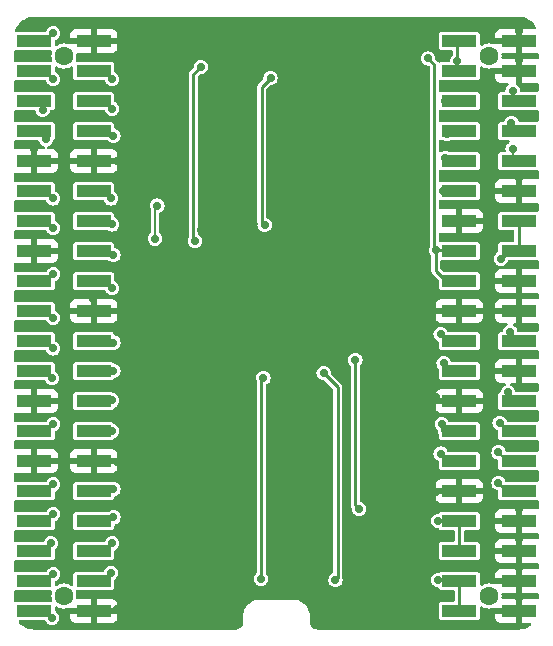
<source format=gbr>
G04 #@! TF.GenerationSoftware,KiCad,Pcbnew,8.0.1-8.0.1-1~ubuntu22.04.1*
G04 #@! TF.CreationDate,2024-03-22T15:41:04-04:00*
G04 #@! TF.ProjectId,caravel-breakout-qfn,63617261-7665-46c2-9d62-7265616b6f75,3.2*
G04 #@! TF.SameCoordinates,PX2dc6c00PY42c1d80*
G04 #@! TF.FileFunction,Copper,L2,Bot*
G04 #@! TF.FilePolarity,Positive*
%FSLAX46Y46*%
G04 Gerber Fmt 4.6, Leading zero omitted, Abs format (unit mm)*
G04 Created by KiCad (PCBNEW 8.0.1-8.0.1-1~ubuntu22.04.1) date 2024-03-22 15:41:04*
%MOMM*%
%LPD*%
G01*
G04 APERTURE LIST*
G04 #@! TA.AperFunction,ComponentPad*
%ADD10C,0.620000*%
G04 #@! TD*
G04 #@! TA.AperFunction,WasherPad*
%ADD11C,1.600000*%
G04 #@! TD*
G04 #@! TA.AperFunction,SMDPad,CuDef*
%ADD12R,3.000000X1.000000*%
G04 #@! TD*
G04 #@! TA.AperFunction,ViaPad*
%ADD13C,0.700000*%
G04 #@! TD*
G04 #@! TA.AperFunction,Conductor*
%ADD14C,0.180000*%
G04 #@! TD*
G04 #@! TA.AperFunction,Conductor*
%ADD15C,0.200000*%
G04 #@! TD*
G04 #@! TA.AperFunction,Conductor*
%ADD16C,0.250000*%
G04 #@! TD*
G04 #@! TA.AperFunction,Conductor*
%ADD17C,0.254000*%
G04 #@! TD*
G04 APERTURE END LIST*
D10*
X35200000Y13900000D03*
X35200000Y5400000D03*
X40500000Y16900000D03*
X40450000Y30750000D03*
X2000000Y3100000D03*
X2000000Y5650000D03*
X1950000Y36150000D03*
X1950000Y38550000D03*
X1900000Y48900000D03*
D11*
X40500000Y48860000D03*
X40500000Y3140000D03*
D12*
X37980000Y50130000D03*
X43020000Y50130000D03*
X37980000Y47590000D03*
X43020000Y47590000D03*
X37980000Y45050000D03*
X43020000Y45050000D03*
X37980000Y42510000D03*
X43020000Y42510000D03*
X37980000Y39970000D03*
X43020000Y39970000D03*
X37980000Y37430000D03*
X43020000Y37430000D03*
X37980000Y34890000D03*
X43020000Y34890000D03*
X37980000Y32350000D03*
X43020000Y32350000D03*
X37980000Y29810000D03*
X43020000Y29810000D03*
X37980000Y27270000D03*
X43020000Y27270000D03*
X37980000Y24730000D03*
X43020000Y24730000D03*
X37980000Y22190000D03*
X43020000Y22190000D03*
X37980000Y19650000D03*
X43020000Y19650000D03*
X37980000Y17110000D03*
X43020000Y17110000D03*
X37980000Y14570000D03*
X43020000Y14570000D03*
X37980000Y12030000D03*
X43020000Y12030000D03*
X37980000Y9490000D03*
X43020000Y9490000D03*
X37980000Y6950000D03*
X43020000Y6950000D03*
X37980000Y4410000D03*
X43020000Y4410000D03*
X37980000Y1870000D03*
X43020000Y1870000D03*
D11*
X4500000Y48860000D03*
X4500000Y3140000D03*
D12*
X1980000Y50130000D03*
X7020000Y50130000D03*
X1980000Y47590000D03*
X7020000Y47590000D03*
X1980000Y45050000D03*
X7020000Y45050000D03*
X1980000Y42510000D03*
X7020000Y42510000D03*
X1980000Y39970000D03*
X7020000Y39970000D03*
X1980000Y37430000D03*
X7020000Y37430000D03*
X1980000Y34890000D03*
X7020000Y34890000D03*
X1980000Y32350000D03*
X7020000Y32350000D03*
X1980000Y29810000D03*
X7020000Y29810000D03*
X1980000Y27270000D03*
X7020000Y27270000D03*
X1980000Y24730000D03*
X7020000Y24730000D03*
X1980000Y22190000D03*
X7020000Y22190000D03*
X1980000Y19650000D03*
X7020000Y19650000D03*
X1980000Y17110000D03*
X7020000Y17110000D03*
X1980000Y14570000D03*
X7020000Y14570000D03*
X1980000Y12030000D03*
X7020000Y12030000D03*
X1980000Y9490000D03*
X7020000Y9490000D03*
X1980000Y6950000D03*
X7020000Y6950000D03*
X1980000Y4410000D03*
X7020000Y4410000D03*
X1980000Y1870000D03*
X7020000Y1870000D03*
D10*
X26600000Y12200000D03*
X21900000Y51800000D03*
X21200000Y26600000D03*
X23800000Y29400000D03*
X22700000Y6400000D03*
X22800000Y13200000D03*
X20200000Y10600000D03*
X10100000Y36550000D03*
X9900000Y51800000D03*
X33900000Y49350000D03*
X14600000Y41800000D03*
X14600000Y5250000D03*
X40500000Y41800000D03*
X13900000Y27100000D03*
X10000000Y26600000D03*
X20200000Y18100000D03*
X34650000Y47750000D03*
X22400000Y46000000D03*
X4450000Y44350000D03*
X21200000Y29400000D03*
X29350000Y46200000D03*
X20400000Y41650000D03*
X30400000Y16200000D03*
X20200000Y5400000D03*
X28500000Y18100000D03*
X20100000Y36500000D03*
X9900000Y5250000D03*
X10900000Y30100000D03*
X14600000Y16300000D03*
X17900000Y700000D03*
X43800000Y43800000D03*
X4450000Y15800000D03*
X4450000Y7550000D03*
X31000000Y42700000D03*
X26400000Y16700000D03*
X1900000Y51800000D03*
X13900000Y51800000D03*
X9100000Y11350000D03*
X35100000Y42700000D03*
X14600000Y13700000D03*
X40500000Y5700000D03*
X4450000Y23150000D03*
X40500000Y10700000D03*
X23800000Y26600000D03*
X4450000Y38400000D03*
X40500000Y20800000D03*
X16400000Y46900000D03*
X14700000Y35850000D03*
X17900000Y51800000D03*
X14600000Y8950000D03*
X14600000Y11350000D03*
X16100000Y23000000D03*
X17100000Y17950000D03*
X29900000Y700000D03*
X29700000Y33800000D03*
X34800000Y30500000D03*
X17500000Y20500000D03*
X16400000Y42200000D03*
X29900000Y51800000D03*
X35250000Y23150000D03*
X31000000Y38500000D03*
X40500000Y46500000D03*
X28600000Y6400000D03*
X31500000Y22000000D03*
X40500000Y36200000D03*
X14800000Y47550000D03*
X5900000Y51800000D03*
X9100000Y8950000D03*
X4450000Y28700000D03*
X40500000Y25700000D03*
X25900000Y51800000D03*
X37000000Y38750000D03*
X33900000Y51800000D03*
X30300000Y11200000D03*
X9150000Y33100000D03*
X37900000Y51800000D03*
X28500000Y14300000D03*
X33500000Y700000D03*
X25900000Y700000D03*
X41900000Y51800000D03*
X31000000Y44300000D03*
X13900000Y1700000D03*
D13*
X36400000Y25300000D03*
X3500000Y1300000D03*
X8500000Y5100000D03*
X3600000Y5000000D03*
X8600000Y7600000D03*
X3400000Y7600000D03*
X8700000Y9800000D03*
X3600000Y10100000D03*
X8700000Y12200000D03*
X3600000Y12600000D03*
X8600000Y17100000D03*
X3600000Y17700000D03*
X8600000Y19700000D03*
X3500000Y21600000D03*
X8700000Y22200000D03*
X8700000Y24600000D03*
X3600000Y24100000D03*
X3600000Y26700000D03*
X3600000Y30400000D03*
X8600000Y29200000D03*
X8700000Y32000000D03*
X8600000Y34600000D03*
X3600000Y34300000D03*
X3600000Y36800000D03*
X8500000Y36800000D03*
X3000000Y41800000D03*
X8700000Y42100000D03*
X2700000Y44300000D03*
X8600000Y44400000D03*
X3600000Y46900000D03*
X8600000Y46900000D03*
X3600000Y50800000D03*
X36200000Y4500000D03*
X36200000Y9500000D03*
X41300000Y12700000D03*
X36400000Y15200000D03*
X41300000Y15300000D03*
X36500000Y17700000D03*
X41400000Y17800000D03*
X42099996Y20400008D03*
X36654559Y22854559D03*
X42300000Y25500000D03*
X41500000Y31700000D03*
X36600000Y37430000D03*
X36800000Y40200000D03*
X36950000Y42250000D03*
X42400000Y43200000D03*
X36800000Y45050000D03*
X37800000Y48400000D03*
X42500000Y45900000D03*
X42500000Y41000000D03*
X14200000Y25100000D03*
X9000000Y14500000D03*
X2000000Y13250000D03*
X43000000Y3000000D03*
X35100000Y34900000D03*
X16700000Y25550000D03*
X28500000Y21500000D03*
X27100000Y32900000D03*
X28100000Y25700000D03*
X28100000Y27940000D03*
X43000000Y28500000D03*
X43000000Y48500000D03*
X21552289Y33642680D03*
X2000000Y21000000D03*
X7000000Y28300000D03*
X43000000Y10500000D03*
X14900000Y31700000D03*
X2000000Y41000000D03*
X26500000Y20500000D03*
X9000000Y40000000D03*
X30200000Y31700000D03*
X22000000Y20100000D03*
X9000000Y2000000D03*
X16450000Y30250002D03*
X16155025Y34155025D03*
X21400000Y22600000D03*
X43000000Y23500000D03*
X22000000Y36000000D03*
X36000000Y20000000D03*
X43000000Y51000000D03*
X2000000Y33500000D03*
X16482840Y28470000D03*
X36000000Y11970000D03*
X27600000Y33800000D03*
X7000000Y48900000D03*
X43000000Y38500000D03*
X43000000Y8000000D03*
X43000000Y5500000D03*
X15600000Y33200000D03*
X35350000Y48650000D03*
X16100000Y47950000D03*
X36000000Y32400000D03*
X29185085Y23122087D03*
X29500000Y10500000D03*
X26500000Y22000000D03*
X21200000Y4600000D03*
X21400000Y21600000D03*
X27500010Y4500000D03*
X22000000Y47000016D03*
X21497814Y34550000D03*
X12415723Y36198231D03*
X12205025Y33405025D03*
D14*
X37980000Y24730000D02*
X36970000Y24730000D01*
X36970000Y24730000D02*
X36400000Y25300000D01*
X1980000Y1870000D02*
X3270000Y1870000D01*
X3270000Y1530000D02*
X3500000Y1300000D01*
X3270000Y1870000D02*
X3270000Y1530000D01*
X7020000Y4410000D02*
X8110000Y4410000D01*
X8110000Y4410000D02*
X8110000Y4710000D01*
X8110000Y4710000D02*
X8500000Y5100000D01*
X7950000Y6950000D02*
X8600000Y7600000D01*
X7020000Y6950000D02*
X7950000Y6950000D01*
X1980000Y4410000D02*
X3210000Y4410000D01*
X3210000Y4410000D02*
X3210000Y4610000D01*
X3210000Y4610000D02*
X3600000Y5000000D01*
X1980000Y6950000D02*
X3050000Y6950000D01*
X3050000Y6950000D02*
X3050000Y7250000D01*
X3050000Y7250000D02*
X3400000Y7600000D01*
D15*
X7330000Y9800000D02*
X7020000Y9490000D01*
X8700000Y9800000D02*
X7330000Y9800000D01*
D14*
X1980000Y9490000D02*
X2990000Y9490000D01*
X2990000Y9490000D02*
X3600000Y10100000D01*
X7020000Y12030000D02*
X8530000Y12030000D01*
X8530000Y12030000D02*
X8700000Y12200000D01*
X1980000Y12030000D02*
X3130000Y12030000D01*
X3130000Y12030000D02*
X3130000Y12130000D01*
X3130000Y12130000D02*
X3600000Y12600000D01*
D15*
X8600000Y17100000D02*
X7030000Y17100000D01*
X7030000Y17100000D02*
X7020000Y17110000D01*
D14*
X1980000Y17110000D02*
X3290000Y17110000D01*
X3290000Y17110000D02*
X3290000Y17390000D01*
X3290000Y17390000D02*
X3600000Y17700000D01*
D15*
X7070000Y19700000D02*
X7020000Y19650000D01*
X8600000Y19700000D02*
X7070000Y19700000D01*
D14*
X1980000Y22190000D02*
X2910000Y22190000D01*
X2910000Y22190000D02*
X3500000Y21600000D01*
D15*
X7030000Y22200000D02*
X7020000Y22190000D01*
X8700000Y22200000D02*
X7030000Y22200000D01*
X8700000Y24600000D02*
X7150000Y24600000D01*
X7150000Y24600000D02*
X7020000Y24730000D01*
D14*
X1980000Y24730000D02*
X2970000Y24730000D01*
X2970000Y24730000D02*
X3600000Y24100000D01*
D16*
X1980000Y27270000D02*
X3230000Y27270000D01*
X3230000Y27270000D02*
X3230000Y27070000D01*
X3230000Y27070000D02*
X3600000Y26700000D01*
D14*
X1980000Y29810000D02*
X3210000Y29810000D01*
X3210000Y29810000D02*
X3210000Y30010000D01*
X3210000Y30010000D02*
X3600000Y30400000D01*
X7020000Y29810000D02*
X8190000Y29810000D01*
X8190000Y29810000D02*
X8190000Y29610000D01*
X8190000Y29610000D02*
X8600000Y29200000D01*
X7020000Y32350000D02*
X8350000Y32350000D01*
X8350000Y32350000D02*
X8700000Y32000000D01*
X7020000Y34890000D02*
X8310000Y34890000D01*
X8310000Y34890000D02*
X8600000Y34600000D01*
X1980000Y34890000D02*
X3210000Y34890000D01*
X3210000Y34890000D02*
X3210000Y34690000D01*
X3210000Y34690000D02*
X3600000Y34300000D01*
X1980000Y37430000D02*
X2970000Y37430000D01*
X2970000Y37430000D02*
X3600000Y36800000D01*
X7020000Y37430000D02*
X8070000Y37430000D01*
X8070000Y37430000D02*
X8070000Y37230000D01*
X8070000Y37230000D02*
X8500000Y36800000D01*
D16*
X1980000Y42510000D02*
X2990000Y42510000D01*
X2990000Y42510000D02*
X2990000Y41810000D01*
X2990000Y41810000D02*
X3000000Y41800000D01*
D14*
X7020000Y42510000D02*
X8290000Y42510000D01*
X8290000Y42510000D02*
X8700000Y42100000D01*
X1980000Y45050000D02*
X2750000Y45050000D01*
X2750000Y45050000D02*
X2750000Y44350000D01*
X2750000Y44350000D02*
X2700000Y44300000D01*
X7020000Y45050000D02*
X7950000Y45050000D01*
X7950000Y45050000D02*
X8600000Y44400000D01*
X1980000Y47590000D02*
X2910000Y47590000D01*
X2910000Y47590000D02*
X3600000Y46900000D01*
X7020000Y47590000D02*
X8110000Y47590000D01*
X8110000Y47590000D02*
X8110000Y47390000D01*
X8110000Y47390000D02*
X8600000Y46900000D01*
X1980000Y50130000D02*
X3170000Y50130000D01*
X3170000Y50130000D02*
X3170000Y50370000D01*
X3170000Y50370000D02*
X3600000Y50800000D01*
D17*
X43025000Y34890000D02*
X43025000Y32355000D01*
X43025000Y32355000D02*
X43020000Y32350000D01*
X43020000Y32350000D02*
X42150000Y32350000D01*
X42150000Y32350000D02*
X41500000Y31700000D01*
X37975000Y4410000D02*
X37975000Y1870000D01*
X37885000Y4500000D02*
X37975000Y4410000D01*
X36200000Y4500000D02*
X37885000Y4500000D01*
X37975000Y9490000D02*
X37975000Y6950000D01*
X36200000Y9500000D02*
X37965000Y9500000D01*
X37965000Y9500000D02*
X37975000Y9490000D01*
D14*
X41300000Y12700000D02*
X41970000Y12030000D01*
X41970000Y12030000D02*
X43025000Y12030000D01*
X36400000Y15200000D02*
X37030000Y14570000D01*
X37030000Y14570000D02*
X37975000Y14570000D01*
X43025000Y14570000D02*
X41830000Y14570000D01*
X41830000Y14570000D02*
X41830000Y14770000D01*
X41830000Y14770000D02*
X41300000Y15300000D01*
X37975000Y17110000D02*
X36510000Y17110000D01*
X36510000Y17110000D02*
X36510000Y17690000D01*
X36510000Y17690000D02*
X36500000Y17700000D01*
X42090000Y17110000D02*
X41400000Y17800000D01*
X43025000Y17110000D02*
X42090000Y17110000D01*
X43025000Y19650000D02*
X42850004Y19650000D01*
X42100000Y20400004D02*
X42099996Y20400008D01*
X42152918Y20522082D02*
X42152918Y20452930D01*
X42100000Y20400000D02*
X42100000Y20400004D01*
X42152918Y20452930D02*
X42099996Y20400008D01*
X42850004Y19650000D02*
X42099996Y20400008D01*
X36654559Y22854559D02*
X37319118Y22190000D01*
X37319118Y22190000D02*
X37975000Y22190000D01*
X42300000Y25500000D02*
X42300000Y25455000D01*
X42300000Y25455000D02*
X43025000Y24730000D01*
D17*
X36000000Y32400000D02*
X36000000Y30700000D01*
X36000000Y30700000D02*
X36890000Y29810000D01*
X36890000Y29810000D02*
X37975000Y29810000D01*
X36000000Y32400000D02*
X37925000Y32400000D01*
X37925000Y32400000D02*
X37975000Y32350000D01*
X35873000Y32527000D02*
X35873000Y48127000D01*
X35873000Y48127000D02*
X35350000Y48650000D01*
X36000000Y32400000D02*
X35873000Y32527000D01*
D14*
X42400000Y43200000D02*
X42400000Y43135000D01*
X42400000Y43135000D02*
X43025000Y42510000D01*
D16*
X37800000Y48400000D02*
X37800000Y49955000D01*
X37800000Y49955000D02*
X37975000Y50130000D01*
D17*
X37800000Y47765000D02*
X37975000Y47590000D01*
X37800000Y48400000D02*
X37800000Y47765000D01*
D14*
X42500000Y45900000D02*
X42500000Y45575000D01*
X42500000Y45575000D02*
X43025000Y45050000D01*
X42500000Y41000000D02*
X42500000Y40495000D01*
X42500000Y40495000D02*
X43025000Y39970000D01*
D17*
X15473000Y47323000D02*
X16100000Y47950000D01*
X15473000Y33327000D02*
X15473000Y47323000D01*
X15600000Y33200000D02*
X15473000Y33327000D01*
X29185085Y23122087D02*
X29185085Y10814915D01*
X29185085Y10814915D02*
X29500000Y10500000D01*
X27700000Y4699990D02*
X27500010Y4500000D01*
X27700000Y20800000D02*
X27700000Y4699990D01*
X21200000Y21400000D02*
X21200000Y4600000D01*
X26500000Y22000000D02*
X27700000Y20800000D01*
X21400000Y21600000D02*
X21200000Y21400000D01*
X21497814Y34550000D02*
X21273000Y34774814D01*
X21273000Y46273016D02*
X22000000Y47000016D01*
X21273000Y34774814D02*
X21273000Y46273016D01*
D14*
X12415723Y36198231D02*
X12205025Y35987533D01*
X12205025Y35987533D02*
X12205025Y33405025D01*
G04 #@! TA.AperFunction,Conductor*
G36*
X43004418Y52199184D02*
G01*
X43233020Y52182835D01*
X43250529Y52180317D01*
X43470144Y52132542D01*
X43487103Y52127563D01*
X43697694Y52049017D01*
X43713777Y52041673D01*
X43911036Y51933960D01*
X43925919Y51924395D01*
X44105836Y51789711D01*
X44119207Y51778125D01*
X44278124Y51619208D01*
X44289710Y51605837D01*
X44424394Y51425920D01*
X44433957Y51411041D01*
X44487259Y51313426D01*
X44502111Y51245155D01*
X44477695Y51179690D01*
X44421761Y51137819D01*
X44378427Y51130000D01*
X43270000Y51130000D01*
X43270000Y49130000D01*
X44567823Y49130000D01*
X44568869Y49130056D01*
X44569106Y49130000D01*
X44571149Y49130000D01*
X44571149Y49129518D01*
X44636865Y49113984D01*
X44685378Y49063702D01*
X44699500Y49006233D01*
X44699500Y48713768D01*
X44679815Y48646729D01*
X44627011Y48600974D01*
X44571149Y48590372D01*
X44571149Y48590000D01*
X44569193Y48590000D01*
X44568898Y48589944D01*
X44567848Y48590000D01*
X43270000Y48590000D01*
X43270000Y46590000D01*
X44567823Y46590000D01*
X44568869Y46590056D01*
X44569106Y46590000D01*
X44571149Y46590000D01*
X44571149Y46589518D01*
X44636865Y46573984D01*
X44685378Y46523702D01*
X44699500Y46466233D01*
X44699500Y45924876D01*
X44679815Y45857837D01*
X44627011Y45812082D01*
X44557853Y45802138D01*
X44551317Y45803257D01*
X44545067Y45804500D01*
X44545066Y45804500D01*
X43231034Y45804500D01*
X43163995Y45824185D01*
X43118240Y45876989D01*
X43108095Y45912314D01*
X43105173Y45934504D01*
X43088940Y46057806D01*
X43028030Y46204858D01*
X42931134Y46331134D01*
X42805660Y46427415D01*
X42764460Y46483840D01*
X42760305Y46553586D01*
X42770000Y46571093D01*
X42770000Y47340000D01*
X41020000Y47340000D01*
X41020000Y47042156D01*
X41026401Y46982628D01*
X41026403Y46982621D01*
X41076645Y46847914D01*
X41076649Y46847907D01*
X41162809Y46732813D01*
X41162812Y46732810D01*
X41277906Y46646650D01*
X41277913Y46646646D01*
X41412620Y46596404D01*
X41412627Y46596402D01*
X41472155Y46590001D01*
X41472172Y46590000D01*
X42040934Y46590000D01*
X42107973Y46570315D01*
X42153728Y46517511D01*
X42163672Y46448353D01*
X42134647Y46384797D01*
X42116420Y46367624D01*
X42068867Y46331136D01*
X41971968Y46204856D01*
X41911061Y46057810D01*
X41911060Y46057805D01*
X41891905Y45912314D01*
X41863638Y45848418D01*
X41805313Y45809947D01*
X41768966Y45804500D01*
X41494936Y45804500D01*
X41420698Y45789734D01*
X41336515Y45733485D01*
X41280266Y45649301D01*
X41280264Y45649297D01*
X41265500Y45575072D01*
X41265500Y44524937D01*
X41280266Y44450699D01*
X41336515Y44366516D01*
X41370234Y44343986D01*
X41420699Y44310266D01*
X41420702Y44310266D01*
X41420703Y44310265D01*
X41437058Y44307012D01*
X41494933Y44295500D01*
X44545066Y44295501D01*
X44551305Y44296742D01*
X44620896Y44290518D01*
X44676075Y44247657D01*
X44699322Y44181768D01*
X44699500Y44175126D01*
X44699500Y43384876D01*
X44679815Y43317837D01*
X44627011Y43272082D01*
X44557853Y43262138D01*
X44551317Y43263257D01*
X44545067Y43264500D01*
X44545066Y43264500D01*
X43109089Y43264500D01*
X43042050Y43284185D01*
X42996295Y43336989D01*
X42989312Y43356413D01*
X42988941Y43357795D01*
X42988940Y43357806D01*
X42928030Y43504858D01*
X42831134Y43631134D01*
X42704858Y43728030D01*
X42704857Y43728031D01*
X42704855Y43728032D01*
X42557809Y43788939D01*
X42557807Y43788940D01*
X42557806Y43788940D01*
X42478903Y43799328D01*
X42400001Y43809716D01*
X42399999Y43809716D01*
X42242194Y43788940D01*
X42242190Y43788939D01*
X42095144Y43728032D01*
X41968866Y43631134D01*
X41871968Y43504856D01*
X41811058Y43357804D01*
X41810683Y43356401D01*
X41810043Y43355352D01*
X41807950Y43350298D01*
X41807161Y43350625D01*
X41774316Y43296742D01*
X41711467Y43266216D01*
X41690911Y43264500D01*
X41494936Y43264500D01*
X41420698Y43249734D01*
X41336515Y43193485D01*
X41280266Y43109301D01*
X41280264Y43109297D01*
X41265500Y43035072D01*
X41265500Y41984937D01*
X41280266Y41910699D01*
X41336515Y41826516D01*
X41370234Y41803986D01*
X41420699Y41770266D01*
X41420702Y41770266D01*
X41420703Y41770265D01*
X41437058Y41767012D01*
X41494933Y41755500D01*
X42126359Y41755501D01*
X42193396Y41735817D01*
X42239151Y41683013D01*
X42249095Y41613854D01*
X42220070Y41550298D01*
X42200651Y41534200D01*
X42201590Y41532977D01*
X42195144Y41528031D01*
X42195142Y41528030D01*
X42068866Y41431134D01*
X41971968Y41304856D01*
X41911061Y41157810D01*
X41911060Y41157806D01*
X41890284Y41000001D01*
X41890284Y41000000D01*
X41908099Y40864686D01*
X41897334Y40795651D01*
X41850954Y40743395D01*
X41785160Y40724500D01*
X41494936Y40724500D01*
X41420698Y40709734D01*
X41336515Y40653485D01*
X41280266Y40569301D01*
X41280264Y40569297D01*
X41265500Y40495072D01*
X41265500Y39444937D01*
X41280266Y39370699D01*
X41336515Y39286516D01*
X41370234Y39263986D01*
X41420699Y39230266D01*
X41420702Y39230266D01*
X41420703Y39230265D01*
X41437058Y39227012D01*
X41494933Y39215500D01*
X44545066Y39215501D01*
X44551305Y39216742D01*
X44620896Y39210518D01*
X44676075Y39167657D01*
X44699322Y39101768D01*
X44699500Y39095126D01*
X44699500Y38553768D01*
X44679815Y38486729D01*
X44627011Y38440974D01*
X44571149Y38430372D01*
X44571149Y38430000D01*
X44569193Y38430000D01*
X44568898Y38429944D01*
X44567848Y38430000D01*
X43270000Y38430000D01*
X43270000Y36430000D01*
X44567823Y36430000D01*
X44568869Y36430056D01*
X44569106Y36430000D01*
X44571149Y36430000D01*
X44571149Y36429518D01*
X44636865Y36413984D01*
X44685378Y36363702D01*
X44699500Y36306233D01*
X44699500Y35764876D01*
X44679815Y35697837D01*
X44627011Y35652082D01*
X44557853Y35642138D01*
X44551317Y35643257D01*
X44545067Y35644500D01*
X44545065Y35644500D01*
X41494936Y35644500D01*
X41420698Y35629734D01*
X41336515Y35573485D01*
X41280266Y35489301D01*
X41280264Y35489297D01*
X41265500Y35415072D01*
X41265500Y34364937D01*
X41280266Y34290699D01*
X41336515Y34206516D01*
X41370234Y34183986D01*
X41420699Y34150266D01*
X41420702Y34150266D01*
X41420703Y34150265D01*
X41445666Y34145300D01*
X41494933Y34135500D01*
X42519500Y34135501D01*
X42586539Y34115817D01*
X42632294Y34063013D01*
X42643500Y34011501D01*
X42643500Y33228500D01*
X42623815Y33161461D01*
X42571011Y33115706D01*
X42519500Y33104500D01*
X41494936Y33104500D01*
X41420698Y33089734D01*
X41336515Y33033485D01*
X41280266Y32949301D01*
X41280264Y32949297D01*
X41265500Y32875072D01*
X41265500Y32340027D01*
X41245815Y32272988D01*
X41200991Y32234148D01*
X41202178Y32232092D01*
X41195145Y32228033D01*
X41068866Y32131134D01*
X40971968Y32004856D01*
X40911061Y31857810D01*
X40911060Y31857806D01*
X40890284Y31700000D01*
X40907548Y31568866D01*
X40911060Y31542195D01*
X40911061Y31542191D01*
X40971968Y31395145D01*
X40971969Y31395143D01*
X40971970Y31395142D01*
X41068866Y31268866D01*
X41195142Y31171970D01*
X41342194Y31111060D01*
X41481640Y31092702D01*
X41499999Y31090284D01*
X41500000Y31090284D01*
X41500001Y31090284D01*
X41516446Y31092450D01*
X41657806Y31111060D01*
X41804858Y31171970D01*
X41931134Y31268866D01*
X42028030Y31395142D01*
X42042974Y31431223D01*
X42079314Y31518953D01*
X42123155Y31573357D01*
X42189449Y31595422D01*
X42193875Y31595501D01*
X44545066Y31595501D01*
X44551305Y31596742D01*
X44620896Y31590518D01*
X44676075Y31547657D01*
X44699322Y31481768D01*
X44699500Y31475126D01*
X44699500Y30933768D01*
X44679815Y30866729D01*
X44627011Y30820974D01*
X44571149Y30810372D01*
X44571149Y30810000D01*
X44569193Y30810000D01*
X44568898Y30809944D01*
X44567848Y30810000D01*
X43270000Y30810000D01*
X43270000Y28810000D01*
X44567823Y28810000D01*
X44568869Y28810056D01*
X44569106Y28810000D01*
X44571149Y28810000D01*
X44571149Y28809518D01*
X44636865Y28793984D01*
X44685378Y28743702D01*
X44699500Y28686233D01*
X44699500Y28393768D01*
X44679815Y28326729D01*
X44627011Y28280974D01*
X44571149Y28270372D01*
X44571149Y28270000D01*
X44569193Y28270000D01*
X44568898Y28269944D01*
X44567848Y28270000D01*
X43270000Y28270000D01*
X43270000Y26270000D01*
X44567823Y26270000D01*
X44568869Y26270056D01*
X44569106Y26270000D01*
X44571149Y26270000D01*
X44571149Y26269518D01*
X44636865Y26253984D01*
X44685378Y26203702D01*
X44699500Y26146233D01*
X44699500Y25604876D01*
X44679815Y25537837D01*
X44627011Y25492082D01*
X44557853Y25482138D01*
X44551317Y25483257D01*
X44545067Y25484500D01*
X44545066Y25484500D01*
X43020501Y25484500D01*
X42953462Y25504185D01*
X42907707Y25556989D01*
X42897562Y25592315D01*
X42895908Y25604875D01*
X42888940Y25657806D01*
X42828030Y25804858D01*
X42731134Y25931134D01*
X42604858Y26028030D01*
X42604857Y26028031D01*
X42600463Y26029851D01*
X42596627Y26031440D01*
X42542225Y26075278D01*
X42520159Y26141572D01*
X42537437Y26209272D01*
X42588574Y26256883D01*
X42644080Y26270000D01*
X42770000Y26270000D01*
X42770000Y27020000D01*
X41020000Y27020000D01*
X41020000Y26722156D01*
X41026401Y26662628D01*
X41026403Y26662621D01*
X41076645Y26527914D01*
X41076649Y26527907D01*
X41162809Y26412813D01*
X41162812Y26412810D01*
X41277906Y26326650D01*
X41277913Y26326646D01*
X41412620Y26276404D01*
X41412627Y26276402D01*
X41472155Y26270001D01*
X41472172Y26270000D01*
X41955920Y26270000D01*
X42022959Y26250315D01*
X42068714Y26197511D01*
X42078658Y26128353D01*
X42049633Y26064797D01*
X42003372Y26031440D01*
X42000587Y26030286D01*
X41995142Y26028031D01*
X41868866Y25931134D01*
X41771968Y25804856D01*
X41711061Y25657810D01*
X41711060Y25657806D01*
X41702437Y25592313D01*
X41674169Y25528417D01*
X41615844Y25489946D01*
X41579499Y25484500D01*
X41494936Y25484500D01*
X41420698Y25469734D01*
X41336515Y25413485D01*
X41280266Y25329301D01*
X41280264Y25329297D01*
X41265500Y25255072D01*
X41265500Y24204937D01*
X41280266Y24130699D01*
X41336515Y24046516D01*
X41370234Y24023986D01*
X41420699Y23990266D01*
X41420702Y23990266D01*
X41420703Y23990265D01*
X41445666Y23985300D01*
X41494933Y23975500D01*
X44545066Y23975501D01*
X44551305Y23976742D01*
X44620896Y23970518D01*
X44676075Y23927657D01*
X44699322Y23861768D01*
X44699500Y23855126D01*
X44699500Y23313768D01*
X44679815Y23246729D01*
X44627011Y23200974D01*
X44571149Y23190372D01*
X44571149Y23190000D01*
X44569193Y23190000D01*
X44568898Y23189944D01*
X44567848Y23190000D01*
X43270000Y23190000D01*
X43270000Y21190000D01*
X44567823Y21190000D01*
X44568869Y21190056D01*
X44569106Y21190000D01*
X44571149Y21190000D01*
X44571149Y21189518D01*
X44636865Y21173984D01*
X44685378Y21123702D01*
X44699500Y21066233D01*
X44699500Y20524876D01*
X44679815Y20457837D01*
X44627011Y20412082D01*
X44557853Y20402138D01*
X44551317Y20403257D01*
X44545067Y20404500D01*
X44545066Y20404500D01*
X42817865Y20404500D01*
X42750826Y20424185D01*
X42705071Y20476989D01*
X42694926Y20512315D01*
X42688936Y20557813D01*
X42688934Y20557818D01*
X42674214Y20593355D01*
X42628026Y20704866D01*
X42531130Y20831142D01*
X42404854Y20928038D01*
X42404853Y20928039D01*
X42404851Y20928040D01*
X42348359Y20951439D01*
X42293955Y20995280D01*
X42271890Y21061574D01*
X42289169Y21129273D01*
X42340306Y21176884D01*
X42395811Y21190000D01*
X42770000Y21190000D01*
X42770000Y21940000D01*
X41020000Y21940000D01*
X41020000Y21642156D01*
X41026401Y21582628D01*
X41026403Y21582621D01*
X41076645Y21447914D01*
X41076649Y21447907D01*
X41162809Y21332813D01*
X41162812Y21332810D01*
X41277906Y21246650D01*
X41277913Y21246646D01*
X41412620Y21196404D01*
X41412627Y21196402D01*
X41472155Y21190001D01*
X41472172Y21190000D01*
X41804181Y21190000D01*
X41871220Y21170315D01*
X41916975Y21117511D01*
X41926919Y21048353D01*
X41897894Y20984797D01*
X41851633Y20951439D01*
X41795140Y20928040D01*
X41668862Y20831142D01*
X41571964Y20704864D01*
X41511057Y20557818D01*
X41511056Y20557814D01*
X41502207Y20490603D01*
X41473940Y20426707D01*
X41426727Y20392231D01*
X41420699Y20389734D01*
X41336515Y20333485D01*
X41280266Y20249301D01*
X41280264Y20249297D01*
X41265500Y20175072D01*
X41265500Y19124937D01*
X41280266Y19050699D01*
X41336515Y18966516D01*
X41370234Y18943986D01*
X41420699Y18910266D01*
X41420702Y18910266D01*
X41420703Y18910265D01*
X41445666Y18905300D01*
X41494933Y18895500D01*
X44545066Y18895501D01*
X44551305Y18896742D01*
X44620896Y18890518D01*
X44676075Y18847657D01*
X44699322Y18781768D01*
X44699500Y18775126D01*
X44699500Y17984876D01*
X44679815Y17917837D01*
X44627011Y17872082D01*
X44557853Y17862138D01*
X44551317Y17863257D01*
X44545067Y17864500D01*
X44545066Y17864500D01*
X42109089Y17864500D01*
X42042050Y17884185D01*
X41996295Y17936989D01*
X41989312Y17956413D01*
X41988941Y17957795D01*
X41988940Y17957806D01*
X41928030Y18104858D01*
X41831134Y18231134D01*
X41704858Y18328030D01*
X41704857Y18328031D01*
X41704855Y18328032D01*
X41557809Y18388939D01*
X41557807Y18388940D01*
X41557806Y18388940D01*
X41478903Y18399328D01*
X41400001Y18409716D01*
X41399999Y18409716D01*
X41242194Y18388940D01*
X41242190Y18388939D01*
X41095144Y18328032D01*
X40968866Y18231134D01*
X40871968Y18104856D01*
X40811061Y17957810D01*
X40811060Y17957806D01*
X40790284Y17800001D01*
X40790284Y17800000D01*
X40811060Y17642195D01*
X40811061Y17642191D01*
X40871968Y17495145D01*
X40871969Y17495143D01*
X40871970Y17495142D01*
X40968866Y17368866D01*
X41095142Y17271970D01*
X41095143Y17271970D01*
X41095144Y17271969D01*
X41188952Y17233113D01*
X41243356Y17189273D01*
X41265421Y17122979D01*
X41265500Y17118552D01*
X41265500Y16584937D01*
X41280266Y16510699D01*
X41336515Y16426516D01*
X41370234Y16403986D01*
X41420699Y16370266D01*
X41420702Y16370266D01*
X41420703Y16370265D01*
X41445666Y16365300D01*
X41494933Y16355500D01*
X44545066Y16355501D01*
X44551305Y16356742D01*
X44620896Y16350518D01*
X44676075Y16307657D01*
X44699322Y16241768D01*
X44699500Y16235126D01*
X44699500Y15444876D01*
X44679815Y15377837D01*
X44627011Y15332082D01*
X44557853Y15322138D01*
X44551317Y15323257D01*
X44545067Y15324500D01*
X44545066Y15324500D01*
X42015235Y15324500D01*
X41948196Y15344185D01*
X41902441Y15396989D01*
X41892296Y15432314D01*
X41890642Y15444876D01*
X41888940Y15457806D01*
X41828030Y15604858D01*
X41731134Y15731134D01*
X41604858Y15828030D01*
X41604857Y15828031D01*
X41604855Y15828032D01*
X41457809Y15888939D01*
X41457807Y15888940D01*
X41457806Y15888940D01*
X41378903Y15899328D01*
X41300001Y15909716D01*
X41299999Y15909716D01*
X41142194Y15888940D01*
X41142190Y15888939D01*
X40995144Y15828032D01*
X40868866Y15731134D01*
X40771968Y15604856D01*
X40711061Y15457810D01*
X40711060Y15457806D01*
X40691566Y15309734D01*
X40690284Y15300000D01*
X40706428Y15177373D01*
X40711060Y15142195D01*
X40711061Y15142191D01*
X40771968Y14995145D01*
X40771969Y14995143D01*
X40771970Y14995142D01*
X40868866Y14868866D01*
X40995142Y14771970D01*
X41142194Y14711060D01*
X41157684Y14709021D01*
X41221581Y14680756D01*
X41260053Y14622432D01*
X41265500Y14586082D01*
X41265500Y14044937D01*
X41280266Y13970699D01*
X41336515Y13886516D01*
X41370234Y13863986D01*
X41420699Y13830266D01*
X41420702Y13830266D01*
X41420703Y13830265D01*
X41445666Y13825300D01*
X41494933Y13815500D01*
X44545066Y13815501D01*
X44551305Y13816742D01*
X44620896Y13810518D01*
X44676075Y13767657D01*
X44699322Y13701768D01*
X44699500Y13695126D01*
X44699500Y12904876D01*
X44679815Y12837837D01*
X44627011Y12792082D01*
X44557853Y12782138D01*
X44551317Y12783257D01*
X44545067Y12784500D01*
X44545066Y12784500D01*
X42002158Y12784500D01*
X41935119Y12804185D01*
X41889364Y12856989D01*
X41887597Y12861048D01*
X41876768Y12887191D01*
X41860812Y12925713D01*
X41828031Y13004856D01*
X41828030Y13004857D01*
X41828030Y13004858D01*
X41731134Y13131134D01*
X41604858Y13228030D01*
X41604857Y13228031D01*
X41604855Y13228032D01*
X41457809Y13288939D01*
X41457807Y13288940D01*
X41457806Y13288940D01*
X41378903Y13299328D01*
X41300001Y13309716D01*
X41299999Y13309716D01*
X41142194Y13288940D01*
X41142190Y13288939D01*
X40995144Y13228032D01*
X40868866Y13131134D01*
X40771968Y13004856D01*
X40711061Y12857810D01*
X40711060Y12857806D01*
X40690284Y12700001D01*
X40690284Y12700000D01*
X40711060Y12542195D01*
X40711061Y12542191D01*
X40771968Y12395145D01*
X40771969Y12395143D01*
X40771970Y12395142D01*
X40868866Y12268866D01*
X40995142Y12171970D01*
X41142194Y12111060D01*
X41157684Y12109021D01*
X41221581Y12080756D01*
X41260053Y12022432D01*
X41265500Y11986082D01*
X41265500Y11504937D01*
X41280266Y11430699D01*
X41336515Y11346516D01*
X41370234Y11323986D01*
X41420699Y11290266D01*
X41420702Y11290266D01*
X41420703Y11290265D01*
X41445666Y11285300D01*
X41494933Y11275500D01*
X44545066Y11275501D01*
X44551305Y11276742D01*
X44620896Y11270518D01*
X44676075Y11227657D01*
X44699322Y11161768D01*
X44699500Y11155126D01*
X44699500Y10613768D01*
X44679815Y10546729D01*
X44627011Y10500974D01*
X44571149Y10490372D01*
X44571149Y10490000D01*
X44569193Y10490000D01*
X44568898Y10489944D01*
X44567848Y10490000D01*
X43270000Y10490000D01*
X43270000Y8490000D01*
X44567823Y8490000D01*
X44568869Y8490056D01*
X44569106Y8490000D01*
X44571149Y8490000D01*
X44571149Y8489518D01*
X44636865Y8473984D01*
X44685378Y8423702D01*
X44699500Y8366233D01*
X44699500Y8073768D01*
X44679815Y8006729D01*
X44627011Y7960974D01*
X44571149Y7950372D01*
X44571149Y7950000D01*
X44569193Y7950000D01*
X44568898Y7949944D01*
X44567848Y7950000D01*
X43270000Y7950000D01*
X43270000Y5950000D01*
X44567823Y5950000D01*
X44568869Y5950056D01*
X44569106Y5950000D01*
X44571149Y5950000D01*
X44571149Y5949518D01*
X44636865Y5933984D01*
X44685378Y5883702D01*
X44699500Y5826233D01*
X44699500Y5533768D01*
X44679815Y5466729D01*
X44627011Y5420974D01*
X44571149Y5410372D01*
X44571149Y5410000D01*
X44569193Y5410000D01*
X44568898Y5409944D01*
X44567848Y5410000D01*
X43270000Y5410000D01*
X43270000Y3410000D01*
X44567823Y3410000D01*
X44568869Y3410056D01*
X44569106Y3410000D01*
X44571149Y3410000D01*
X44571149Y3409518D01*
X44636865Y3393984D01*
X44685378Y3343702D01*
X44699500Y3286233D01*
X44699500Y2993768D01*
X44679815Y2926729D01*
X44627011Y2880974D01*
X44571149Y2870372D01*
X44571149Y2870000D01*
X44569193Y2870000D01*
X44568898Y2869944D01*
X44567848Y2870000D01*
X43270000Y2870000D01*
X43270000Y870000D01*
X43946625Y870000D01*
X44013664Y850315D01*
X44059419Y797511D01*
X44069363Y728353D01*
X44040338Y664797D01*
X44020940Y646738D01*
X43973708Y611379D01*
X43925919Y575605D01*
X43911036Y566041D01*
X43713782Y458331D01*
X43697688Y450981D01*
X43487112Y372441D01*
X43470137Y367457D01*
X43250529Y319684D01*
X43233017Y317166D01*
X43004418Y300816D01*
X42995572Y300500D01*
X26006093Y300500D01*
X25993939Y301097D01*
X25943081Y306107D01*
X25875688Y312744D01*
X25851848Y317486D01*
X25743997Y350202D01*
X25721541Y359504D01*
X25622150Y412630D01*
X25601940Y426134D01*
X25514820Y497631D01*
X25497630Y514821D01*
X25426133Y601941D01*
X25412629Y622151D01*
X25389834Y664797D01*
X25359501Y721547D01*
X25350201Y743998D01*
X25317483Y851855D01*
X25312744Y875683D01*
X25301097Y993939D01*
X25300500Y1006093D01*
X25300500Y1602352D01*
X25268477Y1804535D01*
X25205218Y1999224D01*
X25153483Y2100758D01*
X25112287Y2181610D01*
X25089015Y2213642D01*
X24991971Y2347214D01*
X24847213Y2491972D01*
X24681613Y2612285D01*
X24681612Y2612286D01*
X24681610Y2612287D01*
X24619007Y2644185D01*
X24499223Y2705219D01*
X24304534Y2768478D01*
X24129995Y2796122D01*
X24102352Y2800500D01*
X24039562Y2800500D01*
X21047595Y2800500D01*
X21000000Y2800500D01*
X20897648Y2800500D01*
X20873329Y2796649D01*
X20695465Y2768478D01*
X20500776Y2705219D01*
X20318386Y2612285D01*
X20152786Y2491972D01*
X20008028Y2347214D01*
X19887715Y2181614D01*
X19794781Y1999224D01*
X19731522Y1804535D01*
X19699500Y1602352D01*
X19699500Y1006093D01*
X19698903Y993938D01*
X19687256Y875689D01*
X19682514Y851849D01*
X19649798Y743998D01*
X19640495Y721539D01*
X19587370Y622151D01*
X19573866Y601941D01*
X19502369Y514821D01*
X19485179Y497631D01*
X19398059Y426134D01*
X19377849Y412630D01*
X19278461Y359505D01*
X19256002Y350202D01*
X19148151Y317486D01*
X19124311Y312744D01*
X19037215Y304166D01*
X19006060Y301097D01*
X18993907Y300500D01*
X2004428Y300500D01*
X1995582Y300816D01*
X1766982Y317166D01*
X1749470Y319684D01*
X1529862Y367457D01*
X1512887Y372441D01*
X1302311Y450981D01*
X1286217Y458331D01*
X1088963Y566041D01*
X1074080Y575606D01*
X894163Y710290D01*
X880792Y721876D01*
X721875Y880793D01*
X710294Y894157D01*
X693050Y917193D01*
X668634Y982654D01*
X683485Y1050927D01*
X732891Y1100333D01*
X792318Y1115501D01*
X2839262Y1115501D01*
X2906301Y1095816D01*
X2952056Y1043012D01*
X2953823Y1038953D01*
X2971968Y995145D01*
X2971969Y995143D01*
X2971970Y995142D01*
X3068866Y868866D01*
X3195142Y771970D01*
X3342194Y711060D01*
X3481640Y692702D01*
X3499999Y690284D01*
X3500000Y690284D01*
X3500001Y690284D01*
X3516446Y692450D01*
X3657806Y711060D01*
X3804858Y771970D01*
X3931134Y868866D01*
X4028030Y995142D01*
X4088940Y1142194D01*
X4109716Y1300000D01*
X4088940Y1457806D01*
X4028030Y1604858D01*
X4016411Y1620000D01*
X5020000Y1620000D01*
X5020000Y1322156D01*
X5026401Y1262628D01*
X5026403Y1262621D01*
X5076645Y1127914D01*
X5076649Y1127907D01*
X5162809Y1012813D01*
X5162812Y1012810D01*
X5277906Y926650D01*
X5277913Y926646D01*
X5412620Y876404D01*
X5412627Y876402D01*
X5472155Y870001D01*
X5472172Y870000D01*
X6770000Y870000D01*
X6770000Y1620000D01*
X7270000Y1620000D01*
X7270000Y870000D01*
X8567828Y870000D01*
X8567844Y870001D01*
X8627372Y876402D01*
X8627379Y876404D01*
X8762086Y926646D01*
X8762093Y926650D01*
X8877187Y1012810D01*
X8877190Y1012813D01*
X8963350Y1127907D01*
X8963354Y1127914D01*
X9013596Y1262621D01*
X9013598Y1262628D01*
X9019999Y1322156D01*
X9020000Y1322173D01*
X9020000Y1620000D01*
X7270000Y1620000D01*
X6770000Y1620000D01*
X5020000Y1620000D01*
X4016411Y1620000D01*
X3931134Y1731134D01*
X3804858Y1828030D01*
X3804857Y1828031D01*
X3804854Y1828033D01*
X3797819Y1832094D01*
X3799406Y1834844D01*
X3756632Y1869324D01*
X3734577Y1935621D01*
X3734499Y1940028D01*
X3734499Y2146603D01*
X3754184Y2213642D01*
X3806988Y2259397D01*
X3876146Y2269341D01*
X3916950Y2255962D01*
X4094508Y2161055D01*
X4293282Y2100758D01*
X4500000Y2080398D01*
X4706718Y2100758D01*
X4890729Y2156578D01*
X4960593Y2157200D01*
X5014403Y2125597D01*
X5020000Y2120000D01*
X6770000Y2120000D01*
X6770000Y2870000D01*
X7270000Y2870000D01*
X7270000Y2120000D01*
X9020000Y2120000D01*
X9020000Y2417828D01*
X9019999Y2417845D01*
X9013598Y2477373D01*
X9013596Y2477380D01*
X8963354Y2612087D01*
X8963350Y2612094D01*
X8877190Y2727188D01*
X8877187Y2727191D01*
X8762093Y2813351D01*
X8762086Y2813355D01*
X8627379Y2863597D01*
X8627372Y2863599D01*
X8567844Y2870000D01*
X7270000Y2870000D01*
X6770000Y2870000D01*
X5669822Y2870000D01*
X5602783Y2889685D01*
X5557028Y2942489D01*
X5546419Y3006154D01*
X5559602Y3140000D01*
X5539242Y3346718D01*
X5494106Y3495510D01*
X5493484Y3565372D01*
X5530732Y3624485D01*
X5594026Y3654076D01*
X5612755Y3655501D01*
X8545066Y3655501D01*
X8619301Y3670266D01*
X8703484Y3726516D01*
X8759734Y3810699D01*
X8774500Y3884933D01*
X8774499Y4487526D01*
X8794183Y4554564D01*
X8823009Y4585899D01*
X8841386Y4600000D01*
X20590284Y4600000D01*
X20611060Y4442195D01*
X20611061Y4442191D01*
X20671968Y4295145D01*
X20671969Y4295143D01*
X20671970Y4295142D01*
X20768866Y4168866D01*
X20895142Y4071970D01*
X20895143Y4071970D01*
X20895144Y4071969D01*
X20908686Y4066360D01*
X21042194Y4011060D01*
X21181640Y3992702D01*
X21199999Y3990284D01*
X21200000Y3990284D01*
X21200001Y3990284D01*
X21216446Y3992450D01*
X21357806Y4011060D01*
X21504858Y4071970D01*
X21631134Y4168866D01*
X21728030Y4295142D01*
X21788940Y4442194D01*
X21809716Y4600000D01*
X21788940Y4757806D01*
X21728030Y4904858D01*
X21631134Y5031134D01*
X21631132Y5031136D01*
X21631131Y5031137D01*
X21630013Y5031995D01*
X21629306Y5032963D01*
X21625388Y5036881D01*
X21625999Y5037493D01*
X21588810Y5088423D01*
X21581500Y5130370D01*
X21581500Y20938020D01*
X21601185Y21005059D01*
X21653989Y21050814D01*
X21658013Y21052567D01*
X21704858Y21071970D01*
X21831134Y21168866D01*
X21928030Y21295142D01*
X21988940Y21442194D01*
X22009716Y21600000D01*
X21988940Y21757806D01*
X21932224Y21894733D01*
X21928031Y21904856D01*
X21928030Y21904857D01*
X21928030Y21904858D01*
X21855024Y22000000D01*
X25890284Y22000000D01*
X25911060Y21842195D01*
X25911061Y21842191D01*
X25971968Y21695145D01*
X25971969Y21695143D01*
X25971970Y21695142D01*
X26068866Y21568866D01*
X26195142Y21471970D01*
X26342194Y21411060D01*
X26500000Y21390284D01*
X26501392Y21390468D01*
X26502569Y21390284D01*
X26508129Y21390284D01*
X26508129Y21389418D01*
X26570425Y21379709D01*
X26605267Y21355211D01*
X27282181Y20678297D01*
X27315666Y20616974D01*
X27318500Y20590616D01*
X27318500Y5161977D01*
X27298815Y5094938D01*
X27246011Y5049183D01*
X27241954Y5047416D01*
X27195152Y5028030D01*
X27068876Y4931134D01*
X26971978Y4804856D01*
X26911071Y4657810D01*
X26911070Y4657806D01*
X26903460Y4600000D01*
X26890294Y4500000D01*
X26897904Y4442194D01*
X26911070Y4342195D01*
X26911071Y4342191D01*
X26971978Y4195145D01*
X26971979Y4195143D01*
X26971980Y4195142D01*
X27068876Y4068866D01*
X27195152Y3971970D01*
X27342204Y3911060D01*
X27474504Y3893642D01*
X27500009Y3890284D01*
X27500010Y3890284D01*
X27500011Y3890284D01*
X27516456Y3892450D01*
X27657816Y3911060D01*
X27804868Y3971970D01*
X27931144Y4068866D01*
X28028040Y4195142D01*
X28088950Y4342194D01*
X28109726Y4500000D01*
X35590284Y4500000D01*
X35597894Y4442194D01*
X35611060Y4342195D01*
X35611061Y4342191D01*
X35671968Y4195145D01*
X35671969Y4195143D01*
X35671970Y4195142D01*
X35768866Y4068866D01*
X35895142Y3971970D01*
X36042194Y3911060D01*
X36136996Y3898579D01*
X36200892Y3870312D01*
X36233375Y3821066D01*
X36235592Y3821984D01*
X36240266Y3810699D01*
X36296515Y3726516D01*
X36330234Y3703986D01*
X36380699Y3670266D01*
X36380702Y3670266D01*
X36380703Y3670265D01*
X36405666Y3665300D01*
X36454933Y3655500D01*
X37469500Y3655501D01*
X37536539Y3635817D01*
X37582294Y3583013D01*
X37593500Y3531501D01*
X37593500Y2748500D01*
X37573815Y2681461D01*
X37521011Y2635706D01*
X37469500Y2624500D01*
X36454936Y2624500D01*
X36380698Y2609734D01*
X36296515Y2553485D01*
X36240266Y2469301D01*
X36240264Y2469297D01*
X36225500Y2395072D01*
X36225500Y1344937D01*
X36240266Y1270699D01*
X36296515Y1186516D01*
X36330234Y1163986D01*
X36380699Y1130266D01*
X36380702Y1130266D01*
X36380703Y1130265D01*
X36405666Y1125300D01*
X36454933Y1115500D01*
X39505066Y1115501D01*
X39579301Y1130266D01*
X39663484Y1186516D01*
X39719734Y1270699D01*
X39734500Y1344933D01*
X39734500Y1620000D01*
X41020000Y1620000D01*
X41020000Y1322156D01*
X41026401Y1262628D01*
X41026403Y1262621D01*
X41076645Y1127914D01*
X41076649Y1127907D01*
X41162809Y1012813D01*
X41162812Y1012810D01*
X41277906Y926650D01*
X41277913Y926646D01*
X41412620Y876404D01*
X41412627Y876402D01*
X41472155Y870001D01*
X41472172Y870000D01*
X42770000Y870000D01*
X42770000Y1620000D01*
X41020000Y1620000D01*
X39734500Y1620000D01*
X39734499Y2146603D01*
X39754183Y2213641D01*
X39806987Y2259396D01*
X39876146Y2269340D01*
X39916952Y2255960D01*
X40094503Y2161057D01*
X40094505Y2161057D01*
X40094508Y2161055D01*
X40293282Y2100758D01*
X40500000Y2080398D01*
X40706718Y2100758D01*
X40890729Y2156578D01*
X40960593Y2157200D01*
X41014403Y2125597D01*
X41020000Y2120000D01*
X42770000Y2120000D01*
X42770000Y2870000D01*
X41669822Y2870000D01*
X41602783Y2889685D01*
X41557028Y2942489D01*
X41546419Y3006154D01*
X41559602Y3140000D01*
X41546419Y3273847D01*
X41559438Y3342492D01*
X41607503Y3393202D01*
X41669822Y3410000D01*
X42770000Y3410000D01*
X42770000Y4160000D01*
X41019999Y4160000D01*
X41014402Y4154403D01*
X40953079Y4120918D01*
X40890727Y4123424D01*
X40706716Y4179243D01*
X40500000Y4199602D01*
X40293283Y4179243D01*
X40094503Y4118944D01*
X39916952Y4024041D01*
X39848549Y4009799D01*
X39783305Y4034799D01*
X39741935Y4091105D01*
X39734499Y4133395D01*
X39734499Y4660000D01*
X41020000Y4660000D01*
X42770000Y4660000D01*
X42770000Y5410000D01*
X41472155Y5410000D01*
X41412627Y5403599D01*
X41412620Y5403597D01*
X41277913Y5353355D01*
X41277906Y5353351D01*
X41162812Y5267191D01*
X41162809Y5267188D01*
X41076649Y5152094D01*
X41076645Y5152087D01*
X41026403Y5017380D01*
X41026401Y5017373D01*
X41020000Y4957845D01*
X41020000Y4660000D01*
X39734499Y4660000D01*
X39734499Y4935066D01*
X39719734Y5009301D01*
X39694266Y5047416D01*
X39663484Y5093485D01*
X39608281Y5130370D01*
X39579301Y5149734D01*
X39579299Y5149735D01*
X39579296Y5149736D01*
X39505069Y5164500D01*
X36454936Y5164500D01*
X36380697Y5149734D01*
X36380693Y5149732D01*
X36339725Y5122358D01*
X36273048Y5101481D01*
X36254652Y5102522D01*
X36200004Y5109716D01*
X36199999Y5109716D01*
X36042194Y5088940D01*
X36042190Y5088939D01*
X35895144Y5028032D01*
X35768866Y4931134D01*
X35671968Y4804856D01*
X35611061Y4657810D01*
X35611060Y4657806D01*
X35603450Y4600000D01*
X35590284Y4500000D01*
X28109726Y4500000D01*
X28088950Y4657806D01*
X28088949Y4657808D01*
X28088949Y4657811D01*
X28086846Y4665661D01*
X28088341Y4666062D01*
X28081501Y4700456D01*
X28081501Y4757810D01*
X28081500Y4757828D01*
X28081500Y9500000D01*
X35590284Y9500000D01*
X35607548Y9368866D01*
X35611060Y9342195D01*
X35611061Y9342191D01*
X35671968Y9195145D01*
X35671969Y9195143D01*
X35671970Y9195142D01*
X35768866Y9068866D01*
X35895142Y8971970D01*
X35895143Y8971970D01*
X35895144Y8971969D01*
X35944159Y8951667D01*
X36042194Y8911060D01*
X36188751Y8891765D01*
X36252647Y8863498D01*
X36275666Y8837718D01*
X36296514Y8806517D01*
X36300500Y8803854D01*
X36380699Y8750266D01*
X36380702Y8750266D01*
X36380703Y8750265D01*
X36405666Y8745300D01*
X36454933Y8735500D01*
X37469500Y8735501D01*
X37536539Y8715817D01*
X37582294Y8663013D01*
X37593500Y8611501D01*
X37593500Y7828500D01*
X37573815Y7761461D01*
X37521011Y7715706D01*
X37469500Y7704500D01*
X36454936Y7704500D01*
X36380698Y7689734D01*
X36296515Y7633485D01*
X36240266Y7549301D01*
X36240264Y7549297D01*
X36225500Y7475072D01*
X36225500Y6424937D01*
X36240266Y6350699D01*
X36296515Y6266516D01*
X36330234Y6243986D01*
X36380699Y6210266D01*
X36380702Y6210266D01*
X36380703Y6210265D01*
X36405666Y6205300D01*
X36454933Y6195500D01*
X39505066Y6195501D01*
X39579301Y6210266D01*
X39663484Y6266516D01*
X39719734Y6350699D01*
X39734500Y6424933D01*
X39734500Y6700000D01*
X41020000Y6700000D01*
X41020000Y6402156D01*
X41026401Y6342628D01*
X41026403Y6342621D01*
X41076645Y6207914D01*
X41076649Y6207907D01*
X41162809Y6092813D01*
X41162812Y6092810D01*
X41277906Y6006650D01*
X41277913Y6006646D01*
X41412620Y5956404D01*
X41412627Y5956402D01*
X41472155Y5950001D01*
X41472172Y5950000D01*
X42770000Y5950000D01*
X42770000Y6700000D01*
X41020000Y6700000D01*
X39734500Y6700000D01*
X39734499Y7200000D01*
X41020000Y7200000D01*
X42770000Y7200000D01*
X42770000Y7950000D01*
X41472155Y7950000D01*
X41412627Y7943599D01*
X41412620Y7943597D01*
X41277913Y7893355D01*
X41277906Y7893351D01*
X41162812Y7807191D01*
X41162809Y7807188D01*
X41076649Y7692094D01*
X41076645Y7692087D01*
X41026403Y7557380D01*
X41026401Y7557373D01*
X41020000Y7497845D01*
X41020000Y7200000D01*
X39734499Y7200000D01*
X39734499Y7475066D01*
X39719734Y7549301D01*
X39685857Y7600001D01*
X39663484Y7633485D01*
X39613019Y7667204D01*
X39579301Y7689734D01*
X39579299Y7689735D01*
X39579296Y7689736D01*
X39505071Y7704500D01*
X39505067Y7704500D01*
X38480500Y7704500D01*
X38413461Y7724185D01*
X38367706Y7776989D01*
X38356500Y7828500D01*
X38356500Y8611501D01*
X38376185Y8678540D01*
X38428989Y8724295D01*
X38480500Y8735501D01*
X39505064Y8735501D01*
X39505066Y8735501D01*
X39579301Y8750266D01*
X39663484Y8806516D01*
X39719734Y8890699D01*
X39734500Y8964933D01*
X39734500Y9240000D01*
X41020000Y9240000D01*
X41020000Y8942156D01*
X41026401Y8882628D01*
X41026403Y8882621D01*
X41076645Y8747914D01*
X41076649Y8747907D01*
X41162809Y8632813D01*
X41162812Y8632810D01*
X41277906Y8546650D01*
X41277913Y8546646D01*
X41412620Y8496404D01*
X41412627Y8496402D01*
X41472155Y8490001D01*
X41472172Y8490000D01*
X42770000Y8490000D01*
X42770000Y9240000D01*
X41020000Y9240000D01*
X39734500Y9240000D01*
X39734499Y9740000D01*
X41020000Y9740000D01*
X42770000Y9740000D01*
X42770000Y10490000D01*
X41472155Y10490000D01*
X41412627Y10483599D01*
X41412620Y10483597D01*
X41277913Y10433355D01*
X41277906Y10433351D01*
X41162812Y10347191D01*
X41162809Y10347188D01*
X41076649Y10232094D01*
X41076645Y10232087D01*
X41026403Y10097380D01*
X41026401Y10097373D01*
X41020000Y10037845D01*
X41020000Y9740000D01*
X39734499Y9740000D01*
X39734499Y10015066D01*
X39719734Y10089301D01*
X39669681Y10164210D01*
X39663484Y10173485D01*
X39613019Y10207204D01*
X39579301Y10229734D01*
X39579299Y10229735D01*
X39579296Y10229736D01*
X39505069Y10244500D01*
X36454936Y10244500D01*
X36380698Y10229734D01*
X36296514Y10173484D01*
X36290318Y10164210D01*
X36236704Y10119406D01*
X36203404Y10110165D01*
X36063920Y10091801D01*
X36042194Y10088940D01*
X36042193Y10088940D01*
X36042190Y10088939D01*
X35895144Y10028032D01*
X35768866Y9931134D01*
X35671968Y9804856D01*
X35611061Y9657810D01*
X35611060Y9657806D01*
X35590284Y9500000D01*
X28081500Y9500000D01*
X28081500Y20850223D01*
X28081500Y20850225D01*
X28055501Y20947254D01*
X28018663Y21011060D01*
X28005277Y21034246D01*
X27929916Y21109607D01*
X27929905Y21109617D01*
X27144789Y21894733D01*
X27111304Y21956056D01*
X27109813Y21991871D01*
X27109716Y21991871D01*
X27109716Y21994194D01*
X27109532Y21998605D01*
X27109716Y22000000D01*
X27088940Y22157806D01*
X27028030Y22304858D01*
X26931134Y22431134D01*
X26804858Y22528030D01*
X26804857Y22528031D01*
X26804855Y22528032D01*
X26657809Y22588939D01*
X26657807Y22588940D01*
X26657806Y22588940D01*
X26578903Y22599328D01*
X26500001Y22609716D01*
X26499999Y22609716D01*
X26342194Y22588940D01*
X26342190Y22588939D01*
X26195144Y22528032D01*
X26068866Y22431134D01*
X25971968Y22304856D01*
X25911061Y22157810D01*
X25911060Y22157806D01*
X25890284Y22000001D01*
X25890284Y22000000D01*
X21855024Y22000000D01*
X21831134Y22031134D01*
X21704858Y22128030D01*
X21704857Y22128031D01*
X21704855Y22128032D01*
X21557809Y22188939D01*
X21557807Y22188940D01*
X21557806Y22188940D01*
X21473791Y22200001D01*
X21400001Y22209716D01*
X21399999Y22209716D01*
X21242194Y22188940D01*
X21242190Y22188939D01*
X21095144Y22128032D01*
X20968866Y22031134D01*
X20871968Y21904856D01*
X20811061Y21757810D01*
X20811060Y21757806D01*
X20790284Y21600000D01*
X20809997Y21450265D01*
X20811060Y21442195D01*
X20813164Y21434343D01*
X20811662Y21433941D01*
X20818500Y21399568D01*
X20818500Y5130370D01*
X20798815Y5063331D01*
X20774544Y5036949D01*
X20774612Y5036881D01*
X20772987Y5035257D01*
X20769987Y5031995D01*
X20768868Y5031137D01*
X20671968Y4904856D01*
X20611061Y4757810D01*
X20611060Y4757806D01*
X20590284Y4600001D01*
X20590284Y4600000D01*
X8841386Y4600000D01*
X8931134Y4668866D01*
X9028030Y4795142D01*
X9088940Y4942194D01*
X9109716Y5100000D01*
X9088940Y5257806D01*
X9028552Y5403597D01*
X9028031Y5404856D01*
X9028030Y5404857D01*
X9028030Y5404858D01*
X8931134Y5531134D01*
X8804858Y5628030D01*
X8804857Y5628031D01*
X8804855Y5628032D01*
X8657809Y5688939D01*
X8657807Y5688940D01*
X8657806Y5688940D01*
X8578903Y5699328D01*
X8500001Y5709716D01*
X8499999Y5709716D01*
X8342194Y5688940D01*
X8342190Y5688939D01*
X8195144Y5628032D01*
X8068866Y5531134D01*
X7971968Y5404856D01*
X7911058Y5257804D01*
X7910683Y5256401D01*
X7910043Y5255352D01*
X7907950Y5250298D01*
X7907161Y5250625D01*
X7874316Y5196742D01*
X7811467Y5166216D01*
X7790910Y5164500D01*
X5494936Y5164500D01*
X5420698Y5149734D01*
X5336515Y5093485D01*
X5280266Y5009301D01*
X5280264Y5009297D01*
X5265500Y4935072D01*
X5265500Y4133399D01*
X5245815Y4066360D01*
X5193011Y4020605D01*
X5123853Y4010661D01*
X5083047Y4024041D01*
X4905496Y4118944D01*
X4706716Y4179243D01*
X4500000Y4199602D01*
X4293283Y4179243D01*
X4094503Y4118944D01*
X3916952Y4024041D01*
X3848549Y4009799D01*
X3783305Y4034799D01*
X3741935Y4091105D01*
X3734499Y4133397D01*
X3734499Y4318553D01*
X3754184Y4385591D01*
X3806988Y4431346D01*
X3810991Y4433090D01*
X3904858Y4471970D01*
X4031134Y4568866D01*
X4128030Y4695142D01*
X4188940Y4842194D01*
X4209716Y5000000D01*
X4208491Y5009301D01*
X4201378Y5063331D01*
X4188940Y5157806D01*
X4128030Y5304858D01*
X4031134Y5431134D01*
X3904858Y5528030D01*
X3904857Y5528031D01*
X3904855Y5528032D01*
X3757809Y5588939D01*
X3757807Y5588940D01*
X3757806Y5588940D01*
X3678903Y5599328D01*
X3600001Y5609716D01*
X3599999Y5609716D01*
X3442194Y5588940D01*
X3442190Y5588939D01*
X3295144Y5528032D01*
X3215254Y5466729D01*
X3168866Y5431134D01*
X3109181Y5353351D01*
X3071968Y5304855D01*
X3045538Y5241047D01*
X3001697Y5186644D01*
X2935402Y5164579D01*
X2930977Y5164500D01*
X454934Y5164500D01*
X454928Y5164499D01*
X448686Y5163257D01*
X379095Y5169487D01*
X323919Y5212352D01*
X300677Y5278243D01*
X300500Y5284875D01*
X300500Y6075125D01*
X320185Y6142164D01*
X372989Y6187919D01*
X442147Y6197863D01*
X448657Y6196749D01*
X454933Y6195500D01*
X3505066Y6195501D01*
X3579301Y6210266D01*
X3663484Y6266516D01*
X3719734Y6350699D01*
X3734500Y6424933D01*
X3734500Y6424937D01*
X5265500Y6424937D01*
X5280266Y6350699D01*
X5336515Y6266516D01*
X5370234Y6243986D01*
X5420699Y6210266D01*
X5420702Y6210266D01*
X5420703Y6210265D01*
X5445666Y6205300D01*
X5494933Y6195500D01*
X8545066Y6195501D01*
X8619301Y6210266D01*
X8703484Y6266516D01*
X8759734Y6350699D01*
X8774500Y6424933D01*
X8774499Y6935121D01*
X8794183Y7002159D01*
X8846987Y7047914D01*
X8851047Y7049681D01*
X8883158Y7062982D01*
X8904858Y7071970D01*
X9031134Y7168866D01*
X9128030Y7295142D01*
X9188940Y7442194D01*
X9209716Y7600000D01*
X9188940Y7757806D01*
X9128030Y7904858D01*
X9031134Y8031134D01*
X8904858Y8128030D01*
X8904857Y8128031D01*
X8904855Y8128032D01*
X8757809Y8188939D01*
X8757807Y8188940D01*
X8757806Y8188940D01*
X8678903Y8199328D01*
X8600001Y8209716D01*
X8599999Y8209716D01*
X8442194Y8188940D01*
X8442190Y8188939D01*
X8295144Y8128032D01*
X8168866Y8031134D01*
X8071969Y7904857D01*
X8020686Y7781047D01*
X7976845Y7726644D01*
X7910551Y7704579D01*
X7906125Y7704500D01*
X5494936Y7704500D01*
X5420698Y7689734D01*
X5336515Y7633485D01*
X5280266Y7549301D01*
X5280264Y7549297D01*
X5265500Y7475072D01*
X5265500Y6424937D01*
X3734500Y6424937D01*
X3734499Y7033567D01*
X3754183Y7100605D01*
X3783010Y7131940D01*
X3831134Y7168866D01*
X3928030Y7295142D01*
X3988940Y7442194D01*
X4009716Y7600000D01*
X3988940Y7757806D01*
X3928030Y7904858D01*
X3831134Y8031134D01*
X3704858Y8128030D01*
X3704857Y8128031D01*
X3704855Y8128032D01*
X3557809Y8188939D01*
X3557807Y8188940D01*
X3557806Y8188940D01*
X3478903Y8199328D01*
X3400001Y8209716D01*
X3399999Y8209716D01*
X3242194Y8188940D01*
X3242190Y8188939D01*
X3095144Y8128032D01*
X2968866Y8031134D01*
X2871969Y7904857D01*
X2820686Y7781047D01*
X2776845Y7726644D01*
X2710551Y7704579D01*
X2706125Y7704500D01*
X454934Y7704500D01*
X454928Y7704499D01*
X448686Y7703257D01*
X379095Y7709487D01*
X323919Y7752352D01*
X300677Y7818243D01*
X300500Y7824875D01*
X300500Y8615125D01*
X320185Y8682164D01*
X372989Y8727919D01*
X442147Y8737863D01*
X448657Y8736749D01*
X454933Y8735500D01*
X3505066Y8735501D01*
X3579301Y8750266D01*
X3663484Y8806516D01*
X3719734Y8890699D01*
X3734500Y8964933D01*
X3734500Y8964937D01*
X5265500Y8964937D01*
X5280266Y8890699D01*
X5336515Y8806516D01*
X5370234Y8783986D01*
X5420699Y8750266D01*
X5420702Y8750266D01*
X5420703Y8750265D01*
X5445666Y8745300D01*
X5494933Y8735500D01*
X8545066Y8735501D01*
X8619301Y8750266D01*
X8703484Y8806516D01*
X8759734Y8890699D01*
X8774500Y8964933D01*
X8774499Y9093700D01*
X8794183Y9160738D01*
X8846987Y9206493D01*
X8851047Y9208260D01*
X8944277Y9246878D01*
X9004858Y9271970D01*
X9131134Y9368866D01*
X9228030Y9495142D01*
X9288940Y9642194D01*
X9309716Y9800000D01*
X9309076Y9804858D01*
X9307298Y9818360D01*
X9288940Y9957806D01*
X9234623Y10088940D01*
X9228031Y10104856D01*
X9228030Y10104857D01*
X9228030Y10104858D01*
X9131134Y10231134D01*
X9004858Y10328030D01*
X9004857Y10328031D01*
X9004855Y10328032D01*
X8857809Y10388939D01*
X8857807Y10388940D01*
X8857806Y10388940D01*
X8736915Y10404856D01*
X8700001Y10409716D01*
X8699999Y10409716D01*
X8542194Y10388940D01*
X8542190Y10388939D01*
X8395143Y10328031D01*
X8395141Y10328030D01*
X8319676Y10270124D01*
X8254506Y10244930D01*
X8244190Y10244500D01*
X5494936Y10244500D01*
X5420698Y10229734D01*
X5336515Y10173485D01*
X5280266Y10089301D01*
X5280264Y10089297D01*
X5265500Y10015072D01*
X5265500Y8964937D01*
X3734500Y8964937D01*
X3734499Y9418553D01*
X3754183Y9485591D01*
X3806987Y9531346D01*
X3810990Y9533090D01*
X3904858Y9571970D01*
X4031134Y9668866D01*
X4128030Y9795142D01*
X4188940Y9942194D01*
X4209716Y10100000D01*
X4209076Y10104858D01*
X4200041Y10173485D01*
X4188940Y10257806D01*
X4128030Y10404858D01*
X4031134Y10531134D01*
X3904858Y10628030D01*
X3904857Y10628031D01*
X3904855Y10628032D01*
X3757809Y10688939D01*
X3757807Y10688940D01*
X3757806Y10688940D01*
X3678903Y10699328D01*
X3600001Y10709716D01*
X3599999Y10709716D01*
X3442194Y10688940D01*
X3442190Y10688939D01*
X3295144Y10628032D01*
X3168866Y10531134D01*
X3071968Y10404856D01*
X3037255Y10321048D01*
X2993415Y10266644D01*
X2927121Y10244579D01*
X2922694Y10244500D01*
X454934Y10244500D01*
X454928Y10244499D01*
X448686Y10243257D01*
X379095Y10249487D01*
X323919Y10292352D01*
X300677Y10358243D01*
X300500Y10364875D01*
X300500Y11155125D01*
X320185Y11222164D01*
X372989Y11267919D01*
X442147Y11277863D01*
X448657Y11276749D01*
X454933Y11275500D01*
X3505066Y11275501D01*
X3579301Y11290266D01*
X3663484Y11346516D01*
X3719734Y11430699D01*
X3734500Y11504933D01*
X3734500Y11504937D01*
X5265500Y11504937D01*
X5280266Y11430699D01*
X5336515Y11346516D01*
X5370234Y11323986D01*
X5420699Y11290266D01*
X5420702Y11290266D01*
X5420703Y11290265D01*
X5445666Y11285300D01*
X5494933Y11275500D01*
X8545066Y11275501D01*
X8619301Y11290266D01*
X8703484Y11346516D01*
X8759734Y11430699D01*
X8774500Y11504933D01*
X8774499Y11504941D01*
X8774569Y11505632D01*
X8774708Y11505977D01*
X8775689Y11510908D01*
X8776624Y11510722D01*
X8800728Y11570420D01*
X8850520Y11608042D01*
X8890978Y11624801D01*
X9004858Y11671970D01*
X9131134Y11768866D01*
X9228030Y11895142D01*
X9288940Y12042194D01*
X9309716Y12200000D01*
X9288940Y12357806D01*
X9228030Y12504858D01*
X9131134Y12631134D01*
X9004858Y12728030D01*
X9004857Y12728031D01*
X9004855Y12728032D01*
X8857809Y12788939D01*
X8857807Y12788940D01*
X8857806Y12788940D01*
X8778903Y12799328D01*
X8700001Y12809716D01*
X8699999Y12809716D01*
X8542193Y12788940D01*
X8541385Y12788723D01*
X8509299Y12784500D01*
X5494936Y12784500D01*
X5420698Y12769734D01*
X5336515Y12713485D01*
X5280266Y12629301D01*
X5280264Y12629297D01*
X5265500Y12555072D01*
X5265500Y11504937D01*
X3734500Y11504937D01*
X3734499Y11918553D01*
X3754183Y11985591D01*
X3806987Y12031346D01*
X3810990Y12033090D01*
X3904858Y12071970D01*
X4031134Y12168866D01*
X4128030Y12295142D01*
X4188940Y12442194D01*
X4209716Y12600000D01*
X4188940Y12757806D01*
X4128030Y12904858D01*
X4031134Y13031134D01*
X3904858Y13128030D01*
X3904857Y13128031D01*
X3904855Y13128032D01*
X3757809Y13188939D01*
X3757807Y13188940D01*
X3757806Y13188940D01*
X3678903Y13199328D01*
X3600001Y13209716D01*
X3599999Y13209716D01*
X3442194Y13188940D01*
X3442190Y13188939D01*
X3295144Y13128032D01*
X3168866Y13031134D01*
X3071970Y12904858D01*
X3071969Y12904857D01*
X3071969Y12904856D01*
X3053822Y12861046D01*
X3009980Y12806643D01*
X2943686Y12784579D01*
X2939261Y12784500D01*
X454934Y12784500D01*
X454928Y12784499D01*
X448686Y12783257D01*
X379095Y12789487D01*
X323919Y12832352D01*
X300677Y12898243D01*
X300500Y12904875D01*
X300500Y13446233D01*
X320185Y13513272D01*
X372989Y13559027D01*
X428851Y13569624D01*
X428851Y13570000D01*
X430836Y13570000D01*
X431131Y13570056D01*
X432177Y13570000D01*
X1730000Y13570000D01*
X1730000Y14320000D01*
X2230000Y14320000D01*
X2230000Y13570000D01*
X3527828Y13570000D01*
X3527844Y13570001D01*
X3587372Y13576402D01*
X3587379Y13576404D01*
X3722086Y13626646D01*
X3722093Y13626650D01*
X3837187Y13712810D01*
X3837190Y13712813D01*
X3923350Y13827907D01*
X3923354Y13827914D01*
X3973596Y13962621D01*
X3973598Y13962628D01*
X3979999Y14022156D01*
X3980000Y14022173D01*
X3980000Y14320000D01*
X5020000Y14320000D01*
X5020000Y14022156D01*
X5026401Y13962628D01*
X5026403Y13962621D01*
X5076645Y13827914D01*
X5076649Y13827907D01*
X5162809Y13712813D01*
X5162812Y13712810D01*
X5277906Y13626650D01*
X5277913Y13626646D01*
X5412620Y13576404D01*
X5412627Y13576402D01*
X5472155Y13570001D01*
X5472172Y13570000D01*
X6770000Y13570000D01*
X6770000Y14320000D01*
X7270000Y14320000D01*
X7270000Y13570000D01*
X8567828Y13570000D01*
X8567844Y13570001D01*
X8627372Y13576402D01*
X8627379Y13576404D01*
X8762086Y13626646D01*
X8762093Y13626650D01*
X8877187Y13712810D01*
X8877190Y13712813D01*
X8963350Y13827907D01*
X8963354Y13827914D01*
X9013596Y13962621D01*
X9013598Y13962628D01*
X9019999Y14022156D01*
X9020000Y14022173D01*
X9020000Y14320000D01*
X7270000Y14320000D01*
X6770000Y14320000D01*
X5020000Y14320000D01*
X3980000Y14320000D01*
X2230000Y14320000D01*
X1730000Y14320000D01*
X1730000Y15570000D01*
X2230000Y15570000D01*
X2230000Y14820000D01*
X3980000Y14820000D01*
X5020000Y14820000D01*
X6770000Y14820000D01*
X6770000Y15570000D01*
X7270000Y15570000D01*
X7270000Y14820000D01*
X9020000Y14820000D01*
X9020000Y15117828D01*
X9019999Y15117845D01*
X9013598Y15177373D01*
X9013596Y15177380D01*
X8963354Y15312087D01*
X8963350Y15312094D01*
X8877190Y15427188D01*
X8877187Y15427191D01*
X8762093Y15513351D01*
X8762086Y15513355D01*
X8627379Y15563597D01*
X8627372Y15563599D01*
X8567844Y15570000D01*
X7270000Y15570000D01*
X6770000Y15570000D01*
X5472155Y15570000D01*
X5412627Y15563599D01*
X5412620Y15563597D01*
X5277913Y15513355D01*
X5277906Y15513351D01*
X5162812Y15427191D01*
X5162809Y15427188D01*
X5076649Y15312094D01*
X5076645Y15312087D01*
X5026403Y15177380D01*
X5026401Y15177373D01*
X5020000Y15117845D01*
X5020000Y14820000D01*
X3980000Y14820000D01*
X3980000Y15117828D01*
X3979999Y15117845D01*
X3973598Y15177373D01*
X3973596Y15177380D01*
X3923354Y15312087D01*
X3923350Y15312094D01*
X3837190Y15427188D01*
X3837187Y15427191D01*
X3722093Y15513351D01*
X3722086Y15513355D01*
X3587379Y15563597D01*
X3587372Y15563599D01*
X3527844Y15570000D01*
X2230000Y15570000D01*
X1730000Y15570000D01*
X432152Y15570000D01*
X431102Y15569944D01*
X430865Y15570000D01*
X428851Y15570000D01*
X428851Y15570477D01*
X363110Y15586031D01*
X314608Y15636324D01*
X300500Y15693768D01*
X300500Y16235125D01*
X320185Y16302164D01*
X372989Y16347919D01*
X442147Y16357863D01*
X448657Y16356749D01*
X454933Y16355500D01*
X3505066Y16355501D01*
X3579301Y16370266D01*
X3663484Y16426516D01*
X3719734Y16510699D01*
X3734500Y16584933D01*
X3734500Y16584937D01*
X5265500Y16584937D01*
X5280266Y16510699D01*
X5336515Y16426516D01*
X5370234Y16403986D01*
X5420699Y16370266D01*
X5420702Y16370266D01*
X5420703Y16370265D01*
X5445666Y16365300D01*
X5494933Y16355500D01*
X8545066Y16355501D01*
X8619301Y16370266D01*
X8703484Y16426516D01*
X8739908Y16481029D01*
X8793520Y16525833D01*
X8795454Y16526655D01*
X8904858Y16571970D01*
X9031134Y16668866D01*
X9128030Y16795142D01*
X9188940Y16942194D01*
X9209716Y17100000D01*
X9188940Y17257806D01*
X9142938Y17368867D01*
X9128031Y17404856D01*
X9128030Y17404857D01*
X9128030Y17404858D01*
X9031134Y17531134D01*
X8904858Y17628030D01*
X8904857Y17628031D01*
X8904855Y17628032D01*
X8814035Y17665650D01*
X8759631Y17709491D01*
X8758385Y17711320D01*
X8703484Y17793485D01*
X8653019Y17827204D01*
X8619301Y17849734D01*
X8619299Y17849735D01*
X8619296Y17849736D01*
X8545069Y17864500D01*
X5494936Y17864500D01*
X5420698Y17849734D01*
X5336515Y17793485D01*
X5280266Y17709301D01*
X5280264Y17709297D01*
X5265500Y17635072D01*
X5265500Y16584937D01*
X3734500Y16584937D01*
X3734499Y17018553D01*
X3754183Y17085591D01*
X3806987Y17131346D01*
X3810990Y17133090D01*
X3904858Y17171970D01*
X4031134Y17268866D01*
X4128030Y17395142D01*
X4188940Y17542194D01*
X4209716Y17700000D01*
X4208491Y17709301D01*
X4197408Y17793485D01*
X4188940Y17857806D01*
X4128030Y18004858D01*
X4031134Y18131134D01*
X3904858Y18228030D01*
X3904857Y18228031D01*
X3904855Y18228032D01*
X3757809Y18288939D01*
X3757807Y18288940D01*
X3757806Y18288940D01*
X3678903Y18299328D01*
X3600001Y18309716D01*
X3599999Y18309716D01*
X3442194Y18288940D01*
X3442190Y18288939D01*
X3295144Y18228032D01*
X3168866Y18131134D01*
X3071968Y18004855D01*
X3045538Y17941047D01*
X3001697Y17886644D01*
X2935402Y17864579D01*
X2930977Y17864500D01*
X454934Y17864500D01*
X454928Y17864499D01*
X448686Y17863257D01*
X379095Y17869487D01*
X323919Y17912352D01*
X300677Y17978243D01*
X300500Y17984875D01*
X300500Y18526233D01*
X320185Y18593272D01*
X372989Y18639027D01*
X428851Y18649624D01*
X428851Y18650000D01*
X430836Y18650000D01*
X431131Y18650056D01*
X432177Y18650000D01*
X1730000Y18650000D01*
X1730000Y19400000D01*
X2230000Y19400000D01*
X2230000Y18650000D01*
X3527828Y18650000D01*
X3527844Y18650001D01*
X3587372Y18656402D01*
X3587379Y18656404D01*
X3722086Y18706646D01*
X3722093Y18706650D01*
X3837187Y18792810D01*
X3837190Y18792813D01*
X3923350Y18907907D01*
X3923354Y18907914D01*
X3973596Y19042621D01*
X3973598Y19042628D01*
X3979999Y19102156D01*
X3980000Y19102173D01*
X3980000Y19124937D01*
X5265500Y19124937D01*
X5280266Y19050699D01*
X5336515Y18966516D01*
X5370234Y18943986D01*
X5420699Y18910266D01*
X5420702Y18910266D01*
X5420703Y18910265D01*
X5445666Y18905300D01*
X5494933Y18895500D01*
X8545066Y18895501D01*
X8619301Y18910266D01*
X8703484Y18966516D01*
X8759734Y19050699D01*
X8760060Y19052342D01*
X8761758Y19055587D01*
X8764408Y19061984D01*
X8764980Y19061748D01*
X8792441Y19114251D01*
X8834222Y19142713D01*
X8904858Y19171970D01*
X9031134Y19268866D01*
X9128030Y19395142D01*
X9188940Y19542194D01*
X9209716Y19700000D01*
X9188940Y19857806D01*
X9128030Y20004858D01*
X9031134Y20131134D01*
X8904858Y20228030D01*
X8904857Y20228031D01*
X8904855Y20228032D01*
X8758601Y20288611D01*
X8712791Y20325525D01*
X8712117Y20324850D01*
X8705841Y20331126D01*
X8704197Y20332451D01*
X8703514Y20333453D01*
X8703481Y20333487D01*
X8653110Y20367143D01*
X8619301Y20389734D01*
X8619299Y20389735D01*
X8619296Y20389736D01*
X8545069Y20404500D01*
X5494936Y20404500D01*
X5420698Y20389734D01*
X5336515Y20333485D01*
X5280266Y20249301D01*
X5280264Y20249297D01*
X5265500Y20175072D01*
X5265500Y19124937D01*
X3980000Y19124937D01*
X3980000Y19400000D01*
X2230000Y19400000D01*
X1730000Y19400000D01*
X1730000Y20650000D01*
X2230000Y20650000D01*
X2230000Y19900000D01*
X3980000Y19900000D01*
X3980000Y20197828D01*
X3979999Y20197845D01*
X3973598Y20257373D01*
X3973596Y20257380D01*
X3923354Y20392087D01*
X3923350Y20392094D01*
X3837190Y20507188D01*
X3837187Y20507191D01*
X3722093Y20593351D01*
X3722086Y20593355D01*
X3587379Y20643597D01*
X3587372Y20643599D01*
X3527844Y20650000D01*
X2230000Y20650000D01*
X1730000Y20650000D01*
X432152Y20650000D01*
X431102Y20649944D01*
X430865Y20650000D01*
X428851Y20650000D01*
X428851Y20650477D01*
X363110Y20666031D01*
X314608Y20716324D01*
X300500Y20773768D01*
X300500Y21315125D01*
X320185Y21382164D01*
X372989Y21427919D01*
X442147Y21437863D01*
X448657Y21436749D01*
X454933Y21435500D01*
X2830977Y21435501D01*
X2898016Y21415816D01*
X2943771Y21363013D01*
X2945538Y21358954D01*
X2963693Y21315125D01*
X2971970Y21295142D01*
X3068866Y21168866D01*
X3195142Y21071970D01*
X3195143Y21071970D01*
X3195144Y21071969D01*
X3241949Y21052582D01*
X3342194Y21011060D01*
X3481640Y20992702D01*
X3499999Y20990284D01*
X3500000Y20990284D01*
X3500001Y20990284D01*
X3516446Y20992450D01*
X3657806Y21011060D01*
X3804858Y21071970D01*
X3931134Y21168866D01*
X4028030Y21295142D01*
X4088940Y21442194D01*
X4109716Y21600000D01*
X4101167Y21664937D01*
X5265500Y21664937D01*
X5280266Y21590699D01*
X5336515Y21506516D01*
X5370234Y21483986D01*
X5420699Y21450266D01*
X5420702Y21450266D01*
X5420703Y21450265D01*
X5445666Y21445300D01*
X5494933Y21435500D01*
X8545066Y21435501D01*
X8619301Y21450266D01*
X8703484Y21506516D01*
X8733978Y21552154D01*
X8787590Y21596958D01*
X8820894Y21606201D01*
X8857806Y21611060D01*
X9004858Y21671970D01*
X9131134Y21768866D01*
X9228030Y21895142D01*
X9288940Y22042194D01*
X9309716Y22200000D01*
X9288940Y22357806D01*
X9228030Y22504858D01*
X9131134Y22631134D01*
X9004858Y22728030D01*
X9004857Y22728031D01*
X9004855Y22728032D01*
X8857807Y22788940D01*
X8806238Y22795730D01*
X8742342Y22823998D01*
X8719326Y22849775D01*
X8703484Y22873484D01*
X8703482Y22873485D01*
X8703482Y22873486D01*
X8703481Y22873487D01*
X8653110Y22907143D01*
X8619301Y22929734D01*
X8619299Y22929735D01*
X8619296Y22929736D01*
X8545069Y22944500D01*
X5494936Y22944500D01*
X5420698Y22929734D01*
X5336515Y22873485D01*
X5280266Y22789301D01*
X5280264Y22789297D01*
X5265500Y22715072D01*
X5265500Y21664937D01*
X4101167Y21664937D01*
X4088940Y21757806D01*
X4032224Y21894733D01*
X4028031Y21904856D01*
X4028030Y21904857D01*
X4028030Y21904858D01*
X3931134Y22031134D01*
X3804858Y22128030D01*
X3804857Y22128031D01*
X3804854Y22128033D01*
X3797819Y22132094D01*
X3799406Y22134844D01*
X3756632Y22169324D01*
X3734577Y22235621D01*
X3734499Y22240028D01*
X3734499Y22715064D01*
X3734499Y22715066D01*
X3719734Y22789301D01*
X3679325Y22849777D01*
X3663484Y22873485D01*
X3613019Y22907204D01*
X3579301Y22929734D01*
X3579299Y22929735D01*
X3579296Y22929736D01*
X3505069Y22944500D01*
X454934Y22944500D01*
X454928Y22944499D01*
X448686Y22943257D01*
X379095Y22949487D01*
X323919Y22992352D01*
X300677Y23058243D01*
X300500Y23064875D01*
X300500Y23122087D01*
X28575369Y23122087D01*
X28589814Y23012365D01*
X28596145Y22964282D01*
X28596146Y22964278D01*
X28657053Y22817232D01*
X28657054Y22817230D01*
X28657055Y22817229D01*
X28678485Y22789301D01*
X28749499Y22696754D01*
X28753951Y22690953D01*
X28755062Y22690100D01*
X28755766Y22689137D01*
X28759698Y22685205D01*
X28759085Y22684593D01*
X28796270Y22633677D01*
X28803585Y22591718D01*
X28803585Y10764690D01*
X28823882Y10688940D01*
X28829584Y10667661D01*
X28875941Y10587367D01*
X28892412Y10519467D01*
X28891493Y10509189D01*
X28890284Y10500003D01*
X28890284Y10500000D01*
X28911060Y10342195D01*
X28911061Y10342191D01*
X28971968Y10195145D01*
X28971969Y10195143D01*
X28971970Y10195142D01*
X29068866Y10068866D01*
X29195142Y9971970D01*
X29342194Y9911060D01*
X29481640Y9892702D01*
X29499999Y9890284D01*
X29500000Y9890284D01*
X29500001Y9890284D01*
X29516446Y9892450D01*
X29657806Y9911060D01*
X29804858Y9971970D01*
X29931134Y10068866D01*
X30028030Y10195142D01*
X30088940Y10342194D01*
X30109716Y10500000D01*
X30088940Y10657806D01*
X30028030Y10804858D01*
X29931134Y10931134D01*
X29804858Y11028030D01*
X29804857Y11028031D01*
X29804855Y11028032D01*
X29650298Y11092050D01*
X29650860Y11093408D01*
X29598829Y11125123D01*
X29568301Y11187970D01*
X29566585Y11208531D01*
X29566585Y11780000D01*
X35980000Y11780000D01*
X35980000Y11482156D01*
X35986401Y11422628D01*
X35986403Y11422621D01*
X36036645Y11287914D01*
X36036649Y11287907D01*
X36122809Y11172813D01*
X36122812Y11172810D01*
X36237906Y11086650D01*
X36237913Y11086646D01*
X36372620Y11036404D01*
X36372627Y11036402D01*
X36432155Y11030001D01*
X36432172Y11030000D01*
X37730000Y11030000D01*
X37730000Y11780000D01*
X38230000Y11780000D01*
X38230000Y11030000D01*
X39527828Y11030000D01*
X39527844Y11030001D01*
X39587372Y11036402D01*
X39587379Y11036404D01*
X39722086Y11086646D01*
X39722093Y11086650D01*
X39837187Y11172810D01*
X39837190Y11172813D01*
X39923350Y11287907D01*
X39923354Y11287914D01*
X39973596Y11422621D01*
X39973598Y11422628D01*
X39979999Y11482156D01*
X39980000Y11482173D01*
X39980000Y11780000D01*
X38230000Y11780000D01*
X37730000Y11780000D01*
X35980000Y11780000D01*
X29566585Y11780000D01*
X29566585Y12280000D01*
X35980000Y12280000D01*
X37730000Y12280000D01*
X37730000Y13030000D01*
X38230000Y13030000D01*
X38230000Y12280000D01*
X39980000Y12280000D01*
X39980000Y12577828D01*
X39979999Y12577845D01*
X39973598Y12637373D01*
X39973596Y12637380D01*
X39923354Y12772087D01*
X39923350Y12772094D01*
X39837190Y12887188D01*
X39837187Y12887191D01*
X39722093Y12973351D01*
X39722086Y12973355D01*
X39587379Y13023597D01*
X39587372Y13023599D01*
X39527844Y13030000D01*
X38230000Y13030000D01*
X37730000Y13030000D01*
X36432155Y13030000D01*
X36372627Y13023599D01*
X36372620Y13023597D01*
X36237913Y12973355D01*
X36237906Y12973351D01*
X36122812Y12887191D01*
X36122809Y12887188D01*
X36036649Y12772094D01*
X36036645Y12772087D01*
X35986403Y12637380D01*
X35986401Y12637373D01*
X35980000Y12577845D01*
X35980000Y12280000D01*
X29566585Y12280000D01*
X29566585Y15200000D01*
X35790284Y15200000D01*
X35797894Y15142194D01*
X35811060Y15042195D01*
X35811061Y15042191D01*
X35871968Y14895145D01*
X35871969Y14895143D01*
X35871970Y14895142D01*
X35968866Y14768866D01*
X36095142Y14671970D01*
X36148953Y14649681D01*
X36203355Y14605843D01*
X36225421Y14539549D01*
X36225500Y14535121D01*
X36225500Y14044937D01*
X36240266Y13970699D01*
X36296515Y13886516D01*
X36330234Y13863986D01*
X36380699Y13830266D01*
X36380702Y13830266D01*
X36380703Y13830265D01*
X36405666Y13825300D01*
X36454933Y13815500D01*
X39505066Y13815501D01*
X39579301Y13830266D01*
X39663484Y13886516D01*
X39719734Y13970699D01*
X39734500Y14044933D01*
X39734499Y15095066D01*
X39719734Y15169301D01*
X39699221Y15200001D01*
X39663484Y15253485D01*
X39613019Y15287204D01*
X39579301Y15309734D01*
X39579299Y15309735D01*
X39579296Y15309736D01*
X39505071Y15324500D01*
X39505067Y15324500D01*
X37085590Y15324500D01*
X37018551Y15344185D01*
X36972796Y15396989D01*
X36971029Y15401048D01*
X36928031Y15504856D01*
X36928030Y15504857D01*
X36928030Y15504858D01*
X36831134Y15631134D01*
X36704858Y15728030D01*
X36704857Y15728031D01*
X36704855Y15728032D01*
X36557809Y15788939D01*
X36557807Y15788940D01*
X36557806Y15788940D01*
X36478903Y15799328D01*
X36400001Y15809716D01*
X36399999Y15809716D01*
X36242194Y15788940D01*
X36242190Y15788939D01*
X36095144Y15728032D01*
X35968866Y15631134D01*
X35871968Y15504856D01*
X35811061Y15357810D01*
X35811060Y15357806D01*
X35797326Y15253485D01*
X35790284Y15200000D01*
X29566585Y15200000D01*
X29566585Y17700000D01*
X35890284Y17700000D01*
X35897894Y17642194D01*
X35911060Y17542195D01*
X35911061Y17542191D01*
X35971968Y17395145D01*
X35971969Y17395143D01*
X35971970Y17395142D01*
X36068866Y17268866D01*
X36116987Y17231942D01*
X36158189Y17175516D01*
X36165500Y17133567D01*
X36165500Y17064647D01*
X36188977Y16977029D01*
X36188977Y16977028D01*
X36208888Y16942541D01*
X36225500Y16880542D01*
X36225500Y16584937D01*
X36240266Y16510699D01*
X36296515Y16426516D01*
X36330234Y16403986D01*
X36380699Y16370266D01*
X36380702Y16370266D01*
X36380703Y16370265D01*
X36405666Y16365300D01*
X36454933Y16355500D01*
X39505066Y16355501D01*
X39579301Y16370266D01*
X39663484Y16426516D01*
X39719734Y16510699D01*
X39734500Y16584933D01*
X39734499Y17635066D01*
X39719734Y17709301D01*
X39701068Y17737235D01*
X39663484Y17793485D01*
X39613019Y17827204D01*
X39579301Y17849734D01*
X39579299Y17849735D01*
X39579296Y17849736D01*
X39505071Y17864500D01*
X39505067Y17864500D01*
X37169022Y17864500D01*
X37101983Y17884185D01*
X37056228Y17936989D01*
X37054461Y17941048D01*
X37028031Y18004856D01*
X37028030Y18004857D01*
X37028030Y18004858D01*
X36931134Y18131134D01*
X36804858Y18228030D01*
X36804857Y18228031D01*
X36804855Y18228032D01*
X36657809Y18288939D01*
X36657807Y18288940D01*
X36657806Y18288940D01*
X36578903Y18299328D01*
X36500001Y18309716D01*
X36499999Y18309716D01*
X36342194Y18288940D01*
X36342190Y18288939D01*
X36195144Y18228032D01*
X36068866Y18131134D01*
X35971968Y18004856D01*
X35911061Y17857810D01*
X35911060Y17857806D01*
X35891509Y17709301D01*
X35890284Y17700000D01*
X29566585Y17700000D01*
X29566585Y19400000D01*
X35980000Y19400000D01*
X35980000Y19102156D01*
X35986401Y19042628D01*
X35986403Y19042621D01*
X36036645Y18907914D01*
X36036649Y18907907D01*
X36122809Y18792813D01*
X36122812Y18792810D01*
X36237906Y18706650D01*
X36237913Y18706646D01*
X36372620Y18656404D01*
X36372627Y18656402D01*
X36432155Y18650001D01*
X36432172Y18650000D01*
X37730000Y18650000D01*
X37730000Y19400000D01*
X38230000Y19400000D01*
X38230000Y18650000D01*
X39527828Y18650000D01*
X39527844Y18650001D01*
X39587372Y18656402D01*
X39587379Y18656404D01*
X39722086Y18706646D01*
X39722093Y18706650D01*
X39837187Y18792810D01*
X39837190Y18792813D01*
X39923350Y18907907D01*
X39923354Y18907914D01*
X39973596Y19042621D01*
X39973598Y19042628D01*
X39979999Y19102156D01*
X39980000Y19102173D01*
X39980000Y19400000D01*
X38230000Y19400000D01*
X37730000Y19400000D01*
X35980000Y19400000D01*
X29566585Y19400000D01*
X29566585Y19900000D01*
X35980000Y19900000D01*
X37730000Y19900000D01*
X37730000Y20650000D01*
X38230000Y20650000D01*
X38230000Y19900000D01*
X39980000Y19900000D01*
X39980000Y20197828D01*
X39979999Y20197845D01*
X39973598Y20257373D01*
X39973596Y20257380D01*
X39923354Y20392087D01*
X39923350Y20392094D01*
X39837190Y20507188D01*
X39837187Y20507191D01*
X39722093Y20593351D01*
X39722086Y20593355D01*
X39587379Y20643597D01*
X39587372Y20643599D01*
X39527844Y20650000D01*
X38230000Y20650000D01*
X37730000Y20650000D01*
X36432155Y20650000D01*
X36372627Y20643599D01*
X36372620Y20643597D01*
X36237913Y20593355D01*
X36237906Y20593351D01*
X36122812Y20507191D01*
X36122809Y20507188D01*
X36036649Y20392094D01*
X36036645Y20392087D01*
X35986403Y20257380D01*
X35986401Y20257373D01*
X35980000Y20197845D01*
X35980000Y19900000D01*
X29566585Y19900000D01*
X29566585Y22591718D01*
X29586270Y22658757D01*
X29610540Y22685137D01*
X29610472Y22685205D01*
X29612116Y22686850D01*
X29615106Y22690100D01*
X29616219Y22690953D01*
X29713115Y22817229D01*
X29728577Y22854559D01*
X36044843Y22854559D01*
X36065619Y22696754D01*
X36065620Y22696750D01*
X36126527Y22549704D01*
X36126528Y22549702D01*
X36126529Y22549701D01*
X36199876Y22454114D01*
X36225070Y22388946D01*
X36225500Y22378628D01*
X36225500Y21664937D01*
X36240266Y21590699D01*
X36296515Y21506516D01*
X36330234Y21483986D01*
X36380699Y21450266D01*
X36380702Y21450266D01*
X36380703Y21450265D01*
X36405666Y21445300D01*
X36454933Y21435500D01*
X39505066Y21435501D01*
X39579301Y21450266D01*
X39663484Y21506516D01*
X39719734Y21590699D01*
X39734500Y21664933D01*
X39734499Y22440000D01*
X41020000Y22440000D01*
X42770000Y22440000D01*
X42770000Y23190000D01*
X41472155Y23190000D01*
X41412627Y23183599D01*
X41412620Y23183597D01*
X41277913Y23133355D01*
X41277906Y23133351D01*
X41162812Y23047191D01*
X41162809Y23047188D01*
X41076649Y22932094D01*
X41076645Y22932087D01*
X41026403Y22797380D01*
X41026401Y22797373D01*
X41020000Y22737845D01*
X41020000Y22440000D01*
X39734499Y22440000D01*
X39734499Y22715066D01*
X39719734Y22789301D01*
X39679325Y22849777D01*
X39663484Y22873485D01*
X39613019Y22907204D01*
X39579301Y22929734D01*
X39579299Y22929735D01*
X39579296Y22929736D01*
X39505071Y22944500D01*
X39505067Y22944500D01*
X37354464Y22944500D01*
X37287425Y22964185D01*
X37241670Y23016989D01*
X37239903Y23021048D01*
X37182590Y23159415D01*
X37182589Y23159416D01*
X37182589Y23159417D01*
X37085693Y23285693D01*
X36959417Y23382589D01*
X36959416Y23382590D01*
X36959414Y23382591D01*
X36812368Y23443498D01*
X36812366Y23443499D01*
X36812365Y23443499D01*
X36733462Y23453887D01*
X36654560Y23464275D01*
X36654558Y23464275D01*
X36496753Y23443499D01*
X36496749Y23443498D01*
X36349703Y23382591D01*
X36223425Y23285693D01*
X36126527Y23159415D01*
X36065620Y23012369D01*
X36065619Y23012365D01*
X36044843Y22854560D01*
X36044843Y22854559D01*
X29728577Y22854559D01*
X29774025Y22964281D01*
X29794801Y23122087D01*
X29774025Y23279893D01*
X29713115Y23426945D01*
X29616219Y23553221D01*
X29489943Y23650117D01*
X29489942Y23650118D01*
X29489940Y23650119D01*
X29342894Y23711026D01*
X29342892Y23711027D01*
X29342891Y23711027D01*
X29263988Y23721415D01*
X29185086Y23731803D01*
X29185084Y23731803D01*
X29027279Y23711027D01*
X29027275Y23711026D01*
X28880229Y23650119D01*
X28753951Y23553221D01*
X28657053Y23426943D01*
X28596146Y23279897D01*
X28596145Y23279893D01*
X28575369Y23122087D01*
X300500Y23122087D01*
X300500Y23855125D01*
X320185Y23922164D01*
X372989Y23967919D01*
X442147Y23977863D01*
X448657Y23976749D01*
X454933Y23975500D01*
X2914409Y23975501D01*
X2981448Y23955816D01*
X3027203Y23903013D01*
X3028970Y23898954D01*
X3071969Y23795145D01*
X3071970Y23795142D01*
X3168866Y23668866D01*
X3295142Y23571970D01*
X3442194Y23511060D01*
X3581640Y23492702D01*
X3599999Y23490284D01*
X3600000Y23490284D01*
X3600001Y23490284D01*
X3616446Y23492450D01*
X3757806Y23511060D01*
X3904858Y23571970D01*
X4031134Y23668866D01*
X4128030Y23795142D01*
X4188940Y23942194D01*
X4209716Y24100000D01*
X4195900Y24204937D01*
X5265500Y24204937D01*
X5280266Y24130699D01*
X5336515Y24046516D01*
X5370234Y24023986D01*
X5420699Y23990266D01*
X5420702Y23990266D01*
X5420703Y23990265D01*
X5445666Y23985300D01*
X5494933Y23975500D01*
X8545066Y23975501D01*
X8619301Y23990266D01*
X8619301Y23990267D01*
X8631281Y23992649D01*
X8632075Y23988656D01*
X8671738Y23994005D01*
X8700000Y23990284D01*
X8857806Y24011060D01*
X9004858Y24071970D01*
X9131134Y24168866D01*
X9228030Y24295142D01*
X9288940Y24442194D01*
X9309716Y24600000D01*
X9288940Y24757806D01*
X9228030Y24904858D01*
X9131134Y25031134D01*
X9004858Y25128030D01*
X9004857Y25128031D01*
X9004855Y25128032D01*
X8850298Y25192050D01*
X8850824Y25193323D01*
X8798517Y25225211D01*
X8768660Y25284423D01*
X8765562Y25300000D01*
X35790284Y25300000D01*
X35811060Y25142195D01*
X35811061Y25142191D01*
X35871968Y24995145D01*
X35871969Y24995143D01*
X35871970Y24995142D01*
X35968866Y24868866D01*
X36095142Y24771970D01*
X36148953Y24749681D01*
X36203355Y24705843D01*
X36225421Y24639549D01*
X36225500Y24635121D01*
X36225500Y24204937D01*
X36240266Y24130699D01*
X36296515Y24046516D01*
X36330234Y24023986D01*
X36380699Y23990266D01*
X36380702Y23990266D01*
X36380703Y23990265D01*
X36405666Y23985300D01*
X36454933Y23975500D01*
X39505066Y23975501D01*
X39579301Y23990266D01*
X39663484Y24046516D01*
X39719734Y24130699D01*
X39734500Y24204933D01*
X39734499Y25255066D01*
X39719734Y25329301D01*
X39701068Y25357235D01*
X39663484Y25413485D01*
X39597146Y25457810D01*
X39579301Y25469734D01*
X39579299Y25469735D01*
X39579296Y25469736D01*
X39505071Y25484500D01*
X39505067Y25484500D01*
X37060738Y25484500D01*
X36993699Y25504185D01*
X36947944Y25556989D01*
X36946177Y25561047D01*
X36930770Y25598243D01*
X36928030Y25604858D01*
X36831134Y25731134D01*
X36704858Y25828030D01*
X36704857Y25828031D01*
X36704855Y25828032D01*
X36557809Y25888939D01*
X36557807Y25888940D01*
X36557806Y25888940D01*
X36478903Y25899328D01*
X36400001Y25909716D01*
X36399999Y25909716D01*
X36242194Y25888940D01*
X36242190Y25888939D01*
X36095144Y25828032D01*
X35968866Y25731134D01*
X35871968Y25604856D01*
X35811061Y25457810D01*
X35811060Y25457806D01*
X35790284Y25300001D01*
X35790284Y25300000D01*
X8765562Y25300000D01*
X8759734Y25329301D01*
X8741068Y25357235D01*
X8703484Y25413485D01*
X8637146Y25457810D01*
X8619301Y25469734D01*
X8619299Y25469735D01*
X8619296Y25469736D01*
X8545069Y25484500D01*
X5494936Y25484500D01*
X5420698Y25469734D01*
X5336515Y25413485D01*
X5280266Y25329301D01*
X5280264Y25329297D01*
X5265500Y25255072D01*
X5265500Y24204937D01*
X4195900Y24204937D01*
X4188940Y24257806D01*
X4128030Y24404858D01*
X4031134Y24531134D01*
X3904858Y24628030D01*
X3887739Y24635121D01*
X3811046Y24666888D01*
X3756643Y24710729D01*
X3734578Y24777023D01*
X3734499Y24781449D01*
X3734499Y25255064D01*
X3734499Y25255066D01*
X3719734Y25329301D01*
X3701068Y25357235D01*
X3663484Y25413485D01*
X3597146Y25457810D01*
X3579301Y25469734D01*
X3579299Y25469735D01*
X3579296Y25469736D01*
X3505069Y25484500D01*
X454934Y25484500D01*
X454928Y25484499D01*
X448686Y25483257D01*
X379095Y25489487D01*
X323919Y25532352D01*
X300677Y25598243D01*
X300500Y25604875D01*
X300500Y26395125D01*
X320185Y26462164D01*
X372989Y26507919D01*
X442147Y26517863D01*
X448657Y26516749D01*
X454933Y26515500D01*
X2939261Y26515501D01*
X3006300Y26495816D01*
X3052055Y26443013D01*
X3053822Y26438955D01*
X3071970Y26395142D01*
X3168866Y26268866D01*
X3295142Y26171970D01*
X3442194Y26111060D01*
X3581640Y26092702D01*
X3599999Y26090284D01*
X3600000Y26090284D01*
X3600001Y26090284D01*
X3616446Y26092450D01*
X3757806Y26111060D01*
X3904858Y26171970D01*
X4031134Y26268866D01*
X4128030Y26395142D01*
X4188940Y26542194D01*
X4209716Y26700000D01*
X4188940Y26857806D01*
X4128030Y27004858D01*
X4116411Y27020000D01*
X5020000Y27020000D01*
X5020000Y26722156D01*
X5026401Y26662628D01*
X5026403Y26662621D01*
X5076645Y26527914D01*
X5076649Y26527907D01*
X5162809Y26412813D01*
X5162812Y26412810D01*
X5277906Y26326650D01*
X5277913Y26326646D01*
X5412620Y26276404D01*
X5412627Y26276402D01*
X5472155Y26270001D01*
X5472172Y26270000D01*
X6770000Y26270000D01*
X6770000Y27020000D01*
X7270000Y27020000D01*
X7270000Y26270000D01*
X8567828Y26270000D01*
X8567844Y26270001D01*
X8627372Y26276402D01*
X8627379Y26276404D01*
X8762086Y26326646D01*
X8762093Y26326650D01*
X8877187Y26412810D01*
X8877190Y26412813D01*
X8963350Y26527907D01*
X8963354Y26527914D01*
X9013596Y26662621D01*
X9013598Y26662628D01*
X9019999Y26722156D01*
X9020000Y26722173D01*
X9020000Y27020000D01*
X35980000Y27020000D01*
X35980000Y26722156D01*
X35986401Y26662628D01*
X35986403Y26662621D01*
X36036645Y26527914D01*
X36036649Y26527907D01*
X36122809Y26412813D01*
X36122812Y26412810D01*
X36237906Y26326650D01*
X36237913Y26326646D01*
X36372620Y26276404D01*
X36372627Y26276402D01*
X36432155Y26270001D01*
X36432172Y26270000D01*
X37730000Y26270000D01*
X37730000Y27020000D01*
X38230000Y27020000D01*
X38230000Y26270000D01*
X39527828Y26270000D01*
X39527844Y26270001D01*
X39587372Y26276402D01*
X39587379Y26276404D01*
X39722086Y26326646D01*
X39722093Y26326650D01*
X39837187Y26412810D01*
X39837190Y26412813D01*
X39923350Y26527907D01*
X39923354Y26527914D01*
X39973596Y26662621D01*
X39973598Y26662628D01*
X39979999Y26722156D01*
X39980000Y26722173D01*
X39980000Y27020000D01*
X38230000Y27020000D01*
X37730000Y27020000D01*
X35980000Y27020000D01*
X9020000Y27020000D01*
X7270000Y27020000D01*
X6770000Y27020000D01*
X5020000Y27020000D01*
X4116411Y27020000D01*
X4031134Y27131134D01*
X3904858Y27228030D01*
X3904856Y27228031D01*
X3811046Y27266888D01*
X3756643Y27310729D01*
X3734578Y27377023D01*
X3734499Y27381449D01*
X3734499Y27520000D01*
X5020000Y27520000D01*
X6770000Y27520000D01*
X6770000Y28270000D01*
X7270000Y28270000D01*
X7270000Y27520000D01*
X9020000Y27520000D01*
X35980000Y27520000D01*
X37730000Y27520000D01*
X37730000Y28270000D01*
X38230000Y28270000D01*
X38230000Y27520000D01*
X39980000Y27520000D01*
X41020000Y27520000D01*
X42770000Y27520000D01*
X42770000Y28270000D01*
X41472155Y28270000D01*
X41412627Y28263599D01*
X41412620Y28263597D01*
X41277913Y28213355D01*
X41277906Y28213351D01*
X41162812Y28127191D01*
X41162809Y28127188D01*
X41076649Y28012094D01*
X41076645Y28012087D01*
X41026403Y27877380D01*
X41026401Y27877373D01*
X41020000Y27817845D01*
X41020000Y27520000D01*
X39980000Y27520000D01*
X39980000Y27817828D01*
X39979999Y27817845D01*
X39973598Y27877373D01*
X39973596Y27877380D01*
X39923354Y28012087D01*
X39923350Y28012094D01*
X39837190Y28127188D01*
X39837187Y28127191D01*
X39722093Y28213351D01*
X39722086Y28213355D01*
X39587379Y28263597D01*
X39587372Y28263599D01*
X39527844Y28270000D01*
X38230000Y28270000D01*
X37730000Y28270000D01*
X36432155Y28270000D01*
X36372627Y28263599D01*
X36372620Y28263597D01*
X36237913Y28213355D01*
X36237906Y28213351D01*
X36122812Y28127191D01*
X36122809Y28127188D01*
X36036649Y28012094D01*
X36036645Y28012087D01*
X35986403Y27877380D01*
X35986401Y27877373D01*
X35980000Y27817845D01*
X35980000Y27520000D01*
X9020000Y27520000D01*
X9020000Y27817828D01*
X9019999Y27817845D01*
X9013598Y27877373D01*
X9013596Y27877380D01*
X8963354Y28012087D01*
X8963350Y28012094D01*
X8877190Y28127188D01*
X8877187Y28127191D01*
X8762093Y28213351D01*
X8762086Y28213355D01*
X8627379Y28263597D01*
X8627372Y28263599D01*
X8567844Y28270000D01*
X7270000Y28270000D01*
X6770000Y28270000D01*
X5472155Y28270000D01*
X5412627Y28263599D01*
X5412620Y28263597D01*
X5277913Y28213355D01*
X5277906Y28213351D01*
X5162812Y28127191D01*
X5162809Y28127188D01*
X5076649Y28012094D01*
X5076645Y28012087D01*
X5026403Y27877380D01*
X5026401Y27877373D01*
X5020000Y27817845D01*
X5020000Y27520000D01*
X3734499Y27520000D01*
X3734499Y27795064D01*
X3734499Y27795066D01*
X3719734Y27869301D01*
X3701068Y27897235D01*
X3663484Y27953485D01*
X3613019Y27987204D01*
X3579301Y28009734D01*
X3579299Y28009735D01*
X3579296Y28009736D01*
X3505069Y28024500D01*
X454934Y28024500D01*
X454928Y28024499D01*
X448686Y28023257D01*
X379095Y28029487D01*
X323919Y28072352D01*
X300677Y28138243D01*
X300500Y28144875D01*
X300500Y28935125D01*
X320185Y29002164D01*
X372989Y29047919D01*
X442147Y29057863D01*
X448657Y29056749D01*
X454933Y29055500D01*
X3505066Y29055501D01*
X3579301Y29070266D01*
X3663484Y29126516D01*
X3719734Y29210699D01*
X3734500Y29284933D01*
X3734500Y29284937D01*
X5265500Y29284937D01*
X5280266Y29210699D01*
X5336515Y29126516D01*
X5370234Y29103986D01*
X5420699Y29070266D01*
X5420702Y29070266D01*
X5420703Y29070265D01*
X5445666Y29065300D01*
X5494933Y29055500D01*
X7922693Y29055501D01*
X7989732Y29035816D01*
X8035487Y28983013D01*
X8037254Y28978954D01*
X8071969Y28895145D01*
X8071970Y28895142D01*
X8168866Y28768866D01*
X8295142Y28671970D01*
X8442194Y28611060D01*
X8581640Y28592702D01*
X8599999Y28590284D01*
X8600000Y28590284D01*
X8600001Y28590284D01*
X8616446Y28592450D01*
X8757806Y28611060D01*
X8904858Y28671970D01*
X9031134Y28768866D01*
X9128030Y28895142D01*
X9188940Y29042194D01*
X9209716Y29200000D01*
X9188940Y29357806D01*
X9128030Y29504858D01*
X9031134Y29631134D01*
X8904858Y29728030D01*
X8888002Y29735012D01*
X8851046Y29750320D01*
X8796642Y29794162D01*
X8774578Y29860456D01*
X8774499Y29864881D01*
X8774499Y30335064D01*
X8774499Y30335066D01*
X8759734Y30409301D01*
X8722015Y30465751D01*
X8703484Y30493485D01*
X8653019Y30527204D01*
X8619301Y30549734D01*
X8619299Y30549735D01*
X8619296Y30549736D01*
X8545069Y30564500D01*
X5494936Y30564500D01*
X5420698Y30549734D01*
X5336515Y30493485D01*
X5280266Y30409301D01*
X5280264Y30409297D01*
X5265500Y30335072D01*
X5265500Y29284937D01*
X3734500Y29284937D01*
X3734499Y29718553D01*
X3754183Y29785591D01*
X3806987Y29831346D01*
X3810990Y29833090D01*
X3904858Y29871970D01*
X4031134Y29968866D01*
X4128030Y30095142D01*
X4188940Y30242194D01*
X4209716Y30400000D01*
X4208491Y30409301D01*
X4207298Y30418360D01*
X4188940Y30557806D01*
X4128030Y30704858D01*
X4031134Y30831134D01*
X3904858Y30928030D01*
X3904857Y30928031D01*
X3904855Y30928032D01*
X3757809Y30988939D01*
X3757807Y30988940D01*
X3757806Y30988940D01*
X3678903Y30999328D01*
X3600001Y31009716D01*
X3599999Y31009716D01*
X3442194Y30988940D01*
X3442190Y30988939D01*
X3295144Y30928032D01*
X3215254Y30866729D01*
X3168866Y30831134D01*
X3109181Y30753351D01*
X3071968Y30704855D01*
X3045538Y30641047D01*
X3001697Y30586644D01*
X2935402Y30564579D01*
X2930977Y30564500D01*
X454934Y30564500D01*
X454928Y30564499D01*
X448686Y30563257D01*
X379095Y30569487D01*
X323919Y30612352D01*
X300677Y30678243D01*
X300500Y30684875D01*
X300500Y31226233D01*
X320185Y31293272D01*
X372989Y31339027D01*
X428851Y31349624D01*
X428851Y31350000D01*
X430836Y31350000D01*
X431131Y31350056D01*
X432177Y31350000D01*
X1730000Y31350000D01*
X1730000Y32100000D01*
X2230000Y32100000D01*
X2230000Y31350000D01*
X3527828Y31350000D01*
X3527844Y31350001D01*
X3587372Y31356402D01*
X3587379Y31356404D01*
X3722086Y31406646D01*
X3722093Y31406650D01*
X3837187Y31492810D01*
X3837190Y31492813D01*
X3923350Y31607907D01*
X3923354Y31607914D01*
X3973596Y31742621D01*
X3973598Y31742628D01*
X3979999Y31802156D01*
X3980000Y31802173D01*
X3980000Y31824937D01*
X5265500Y31824937D01*
X5280266Y31750699D01*
X5336515Y31666516D01*
X5370234Y31643986D01*
X5420699Y31610266D01*
X5420702Y31610266D01*
X5420703Y31610265D01*
X5445666Y31605300D01*
X5494933Y31595500D01*
X8192061Y31595501D01*
X8259100Y31575816D01*
X8267547Y31569877D01*
X8333913Y31518953D01*
X8395142Y31471970D01*
X8542194Y31411060D01*
X8681640Y31392702D01*
X8699999Y31390284D01*
X8700000Y31390284D01*
X8700001Y31390284D01*
X8716446Y31392450D01*
X8857806Y31411060D01*
X9004858Y31471970D01*
X9131134Y31568866D01*
X9228030Y31695142D01*
X9288940Y31842194D01*
X9309716Y32000000D01*
X9309076Y32004858D01*
X9307298Y32018360D01*
X9288940Y32157806D01*
X9228030Y32304858D01*
X9131134Y32431134D01*
X9004858Y32528030D01*
X9004857Y32528031D01*
X9004855Y32528032D01*
X8851047Y32591740D01*
X8796643Y32635580D01*
X8774578Y32701875D01*
X8774499Y32706301D01*
X8774499Y32875064D01*
X8774499Y32875066D01*
X8759734Y32949301D01*
X8741068Y32977235D01*
X8703484Y33033485D01*
X8653019Y33067204D01*
X8619301Y33089734D01*
X8619299Y33089735D01*
X8619296Y33089736D01*
X8545069Y33104500D01*
X5494936Y33104500D01*
X5420698Y33089734D01*
X5336515Y33033485D01*
X5280266Y32949301D01*
X5280264Y32949297D01*
X5265500Y32875072D01*
X5265500Y31824937D01*
X3980000Y31824937D01*
X3980000Y32100000D01*
X2230000Y32100000D01*
X1730000Y32100000D01*
X1730000Y33350000D01*
X2230000Y33350000D01*
X2230000Y32600000D01*
X3980000Y32600000D01*
X3980000Y32897828D01*
X3979999Y32897845D01*
X3973598Y32957373D01*
X3973596Y32957380D01*
X3923354Y33092087D01*
X3923350Y33092094D01*
X3837190Y33207188D01*
X3837187Y33207191D01*
X3722093Y33293351D01*
X3722086Y33293355D01*
X3587379Y33343597D01*
X3587372Y33343599D01*
X3527844Y33350000D01*
X2230000Y33350000D01*
X1730000Y33350000D01*
X432152Y33350000D01*
X431102Y33349944D01*
X430865Y33350000D01*
X428851Y33350000D01*
X428851Y33350477D01*
X363110Y33366031D01*
X325505Y33405025D01*
X11595309Y33405025D01*
X11610011Y33293351D01*
X11616085Y33247220D01*
X11616086Y33247216D01*
X11676993Y33100170D01*
X11676994Y33100168D01*
X11676995Y33100167D01*
X11773891Y32973891D01*
X11900167Y32876995D01*
X11900168Y32876995D01*
X11900169Y32876994D01*
X11904824Y32875066D01*
X12047219Y32816085D01*
X12186665Y32797727D01*
X12205024Y32795309D01*
X12205025Y32795309D01*
X12205026Y32795309D01*
X12221471Y32797475D01*
X12362831Y32816085D01*
X12509883Y32876995D01*
X12636159Y32973891D01*
X12733055Y33100167D01*
X12774407Y33200000D01*
X14990284Y33200000D01*
X15000265Y33124185D01*
X15011060Y33042195D01*
X15011061Y33042191D01*
X15071968Y32895145D01*
X15071969Y32895143D01*
X15071970Y32895142D01*
X15168866Y32768866D01*
X15295142Y32671970D01*
X15442194Y32611060D01*
X15581640Y32592702D01*
X15599999Y32590284D01*
X15600000Y32590284D01*
X15600001Y32590284D01*
X15616446Y32592450D01*
X15757806Y32611060D01*
X15904858Y32671970D01*
X16031134Y32768866D01*
X16128030Y32895142D01*
X16188940Y33042194D01*
X16209716Y33200000D01*
X16188940Y33357806D01*
X16128030Y33504858D01*
X16031134Y33631134D01*
X15904858Y33728030D01*
X15904855Y33728031D01*
X15903013Y33729445D01*
X15861811Y33785873D01*
X15854500Y33827821D01*
X15854500Y34550000D01*
X20888098Y34550000D01*
X20908874Y34392195D01*
X20908875Y34392191D01*
X20969782Y34245145D01*
X20969783Y34245143D01*
X20969784Y34245142D01*
X21066680Y34118866D01*
X21192956Y34021970D01*
X21192957Y34021970D01*
X21192958Y34021969D01*
X21219293Y34011061D01*
X21340008Y33961060D01*
X21479454Y33942702D01*
X21497813Y33940284D01*
X21497814Y33940284D01*
X21497815Y33940284D01*
X21514260Y33942450D01*
X21655620Y33961060D01*
X21802672Y34021970D01*
X21928948Y34118866D01*
X22025844Y34245142D01*
X22086754Y34392194D01*
X22107530Y34550000D01*
X22086754Y34707806D01*
X22025844Y34854858D01*
X21928948Y34981134D01*
X21802672Y35078030D01*
X21802670Y35078031D01*
X21731047Y35107698D01*
X21676644Y35151539D01*
X21654579Y35217833D01*
X21654500Y35222259D01*
X21654500Y46063633D01*
X21674185Y46130672D01*
X21690815Y46151310D01*
X21894733Y46355229D01*
X21956054Y46388712D01*
X21991871Y46390204D01*
X21991871Y46390300D01*
X21994188Y46390300D01*
X21998603Y46390484D01*
X22000000Y46390300D01*
X22157806Y46411076D01*
X22304858Y46471986D01*
X22431134Y46568882D01*
X22528030Y46695158D01*
X22588940Y46842210D01*
X22609716Y47000016D01*
X22588940Y47157822D01*
X22528030Y47304874D01*
X22431134Y47431150D01*
X22304858Y47528046D01*
X22304857Y47528047D01*
X22304855Y47528048D01*
X22157809Y47588955D01*
X22157807Y47588956D01*
X22157806Y47588956D01*
X22078903Y47599344D01*
X22000001Y47609732D01*
X21999999Y47609732D01*
X21842194Y47588956D01*
X21842190Y47588955D01*
X21695144Y47528048D01*
X21568866Y47431150D01*
X21471968Y47304872D01*
X21411061Y47157826D01*
X21411060Y47157822D01*
X21390284Y47000017D01*
X21390284Y47000012D01*
X21390468Y46998614D01*
X21390284Y46997435D01*
X21390284Y46991889D01*
X21389419Y46991889D01*
X21379701Y46929579D01*
X21355210Y46894750D01*
X21021311Y46560852D01*
X21021312Y46560851D01*
X20967722Y46507262D01*
X20917499Y46420271D01*
X20909443Y46390204D01*
X20891500Y46323241D01*
X20891500Y46323239D01*
X20891500Y34724590D01*
X20898248Y34699404D01*
X20901411Y34651130D01*
X20888098Y34550003D01*
X20888098Y34550000D01*
X15854500Y34550000D01*
X15854500Y47113616D01*
X15874185Y47180655D01*
X15890810Y47201288D01*
X15994735Y47305214D01*
X16056054Y47338696D01*
X16091871Y47340188D01*
X16091871Y47340284D01*
X16094190Y47340284D01*
X16098604Y47340468D01*
X16100000Y47340284D01*
X16257806Y47361060D01*
X16404858Y47421970D01*
X16531134Y47518866D01*
X16628030Y47645142D01*
X16688940Y47792194D01*
X16709716Y47950000D01*
X16688940Y48107806D01*
X16628030Y48254858D01*
X16531134Y48381134D01*
X16404858Y48478030D01*
X16404857Y48478031D01*
X16404855Y48478032D01*
X16257809Y48538939D01*
X16257807Y48538940D01*
X16257806Y48538940D01*
X16178903Y48549328D01*
X16100001Y48559716D01*
X16099999Y48559716D01*
X15942194Y48538940D01*
X15942190Y48538939D01*
X15795144Y48478032D01*
X15668866Y48381134D01*
X15571968Y48254856D01*
X15511061Y48107810D01*
X15511060Y48107806D01*
X15490284Y47950001D01*
X15490284Y47949999D01*
X15490468Y47948601D01*
X15490284Y47947422D01*
X15490284Y47941873D01*
X15489419Y47941873D01*
X15479702Y47879566D01*
X15455210Y47844735D01*
X15238753Y47628276D01*
X15167725Y47557249D01*
X15167723Y47557246D01*
X15117499Y47470255D01*
X15117499Y47470254D01*
X15091500Y47373225D01*
X15091500Y47373223D01*
X15091500Y33571911D01*
X15074888Y33509913D01*
X15071969Y33504859D01*
X15011061Y33357810D01*
X15011060Y33357806D01*
X14990284Y33200000D01*
X12774407Y33200000D01*
X12793965Y33247219D01*
X12814741Y33405025D01*
X12793965Y33562831D01*
X12733055Y33709883D01*
X12733054Y33709884D01*
X12733054Y33709885D01*
X12636158Y33836160D01*
X12598037Y33865412D01*
X12556835Y33921841D01*
X12549525Y33963787D01*
X12549525Y35516494D01*
X12569210Y35583533D01*
X12622014Y35629288D01*
X12626073Y35631055D01*
X12676837Y35652082D01*
X12720581Y35670201D01*
X12846857Y35767097D01*
X12943753Y35893373D01*
X13004663Y36040425D01*
X13025439Y36198231D01*
X13004663Y36356037D01*
X12947044Y36495144D01*
X12943754Y36503087D01*
X12943753Y36503088D01*
X12943753Y36503089D01*
X12846857Y36629365D01*
X12720581Y36726261D01*
X12720580Y36726262D01*
X12720578Y36726263D01*
X12573532Y36787170D01*
X12573530Y36787171D01*
X12573529Y36787171D01*
X12476078Y36800001D01*
X12415724Y36807947D01*
X12415722Y36807947D01*
X12257917Y36787171D01*
X12257913Y36787170D01*
X12110867Y36726263D01*
X11984589Y36629365D01*
X11887691Y36503087D01*
X11826784Y36356041D01*
X11826783Y36356037D01*
X11806007Y36198231D01*
X11826783Y36040425D01*
X11839822Y36008945D01*
X11851086Y35981753D01*
X11860525Y35934300D01*
X11860525Y33963787D01*
X11840840Y33896748D01*
X11812013Y33865412D01*
X11773891Y33836160D01*
X11676995Y33709885D01*
X11676994Y33709882D01*
X11616086Y33562835D01*
X11616085Y33562831D01*
X11596797Y33416324D01*
X11595309Y33405025D01*
X325505Y33405025D01*
X314608Y33416324D01*
X300500Y33473768D01*
X300500Y34015125D01*
X320185Y34082164D01*
X372989Y34127919D01*
X442147Y34137863D01*
X448657Y34136749D01*
X454933Y34135500D01*
X2930977Y34135501D01*
X2998016Y34115816D01*
X3043771Y34063013D01*
X3045538Y34058954D01*
X3071969Y33995145D01*
X3071970Y33995142D01*
X3168866Y33868866D01*
X3295142Y33771970D01*
X3295143Y33771970D01*
X3295144Y33771969D01*
X3344159Y33751667D01*
X3442194Y33711060D01*
X3581640Y33692702D01*
X3599999Y33690284D01*
X3600000Y33690284D01*
X3600001Y33690284D01*
X3616446Y33692450D01*
X3757806Y33711060D01*
X3904858Y33771970D01*
X4031134Y33868866D01*
X4128030Y33995142D01*
X4188940Y34142194D01*
X4209716Y34300000D01*
X4201167Y34364937D01*
X5265500Y34364937D01*
X5280266Y34290699D01*
X5336515Y34206516D01*
X5370234Y34183986D01*
X5420699Y34150266D01*
X5420702Y34150266D01*
X5420703Y34150265D01*
X5445666Y34145300D01*
X5494933Y34135500D01*
X8170254Y34135501D01*
X8237293Y34115816D01*
X8245739Y34109878D01*
X8295142Y34071970D01*
X8442194Y34011060D01*
X8581640Y33992702D01*
X8599999Y33990284D01*
X8600000Y33990284D01*
X8600001Y33990284D01*
X8616446Y33992450D01*
X8757806Y34011060D01*
X8904858Y34071970D01*
X9031134Y34168866D01*
X9128030Y34295142D01*
X9188940Y34442194D01*
X9209716Y34600000D01*
X9209076Y34604858D01*
X9199765Y34675582D01*
X9188940Y34757806D01*
X9128030Y34904858D01*
X9031134Y35031134D01*
X8904858Y35128030D01*
X8878519Y35138940D01*
X8851046Y35150320D01*
X8796642Y35194162D01*
X8774578Y35260456D01*
X8774499Y35264881D01*
X8774499Y35415064D01*
X8774499Y35415066D01*
X8759734Y35489301D01*
X8741068Y35517235D01*
X8703484Y35573485D01*
X8649896Y35609291D01*
X8619301Y35629734D01*
X8619299Y35629735D01*
X8619296Y35629736D01*
X8545069Y35644500D01*
X5494936Y35644500D01*
X5420698Y35629734D01*
X5336515Y35573485D01*
X5280266Y35489301D01*
X5280264Y35489297D01*
X5265500Y35415072D01*
X5265500Y34364937D01*
X4201167Y34364937D01*
X4188940Y34457806D01*
X4128030Y34604858D01*
X4031134Y34731134D01*
X3904858Y34828030D01*
X3904856Y34828031D01*
X3811046Y34866888D01*
X3756643Y34910729D01*
X3734578Y34977023D01*
X3734499Y34981449D01*
X3734499Y35415064D01*
X3734499Y35415066D01*
X3719734Y35489301D01*
X3701068Y35517235D01*
X3663484Y35573485D01*
X3609896Y35609291D01*
X3579301Y35629734D01*
X3579299Y35629735D01*
X3579296Y35629736D01*
X3505069Y35644500D01*
X454934Y35644500D01*
X454928Y35644499D01*
X448686Y35643257D01*
X379095Y35649487D01*
X323919Y35692352D01*
X300677Y35758243D01*
X300500Y35764875D01*
X300500Y36555125D01*
X320185Y36622164D01*
X372989Y36667919D01*
X442147Y36677863D01*
X448657Y36676749D01*
X454933Y36675500D01*
X2914409Y36675501D01*
X2981448Y36655816D01*
X3027203Y36603013D01*
X3028970Y36598954D01*
X3068678Y36503089D01*
X3071970Y36495142D01*
X3168866Y36368866D01*
X3295142Y36271970D01*
X3442194Y36211060D01*
X3581640Y36192702D01*
X3599999Y36190284D01*
X3600000Y36190284D01*
X3600001Y36190284D01*
X3616446Y36192450D01*
X3757806Y36211060D01*
X3904858Y36271970D01*
X4031134Y36368866D01*
X4128030Y36495142D01*
X4188940Y36642194D01*
X4209716Y36800000D01*
X4195900Y36904937D01*
X5265500Y36904937D01*
X5280266Y36830699D01*
X5336515Y36746516D01*
X5366826Y36726263D01*
X5420699Y36690266D01*
X5420702Y36690266D01*
X5420703Y36690265D01*
X5437058Y36687012D01*
X5494933Y36675500D01*
X7814409Y36675501D01*
X7881448Y36655816D01*
X7927203Y36603013D01*
X7928970Y36598954D01*
X7968678Y36503089D01*
X7971970Y36495142D01*
X8068866Y36368866D01*
X8195142Y36271970D01*
X8342194Y36211060D01*
X8481640Y36192702D01*
X8499999Y36190284D01*
X8500000Y36190284D01*
X8500001Y36190284D01*
X8516446Y36192450D01*
X8657806Y36211060D01*
X8804858Y36271970D01*
X8931134Y36368866D01*
X9028030Y36495142D01*
X9088940Y36642194D01*
X9109716Y36800000D01*
X9088940Y36957806D01*
X9028030Y37104858D01*
X8931134Y37231134D01*
X8931132Y37231136D01*
X8931131Y37231137D01*
X8823012Y37314101D01*
X8781809Y37370529D01*
X8774499Y37412476D01*
X8774499Y37955064D01*
X8774499Y37955066D01*
X8759734Y38029301D01*
X8741068Y38057235D01*
X8703484Y38113485D01*
X8653019Y38147204D01*
X8619301Y38169734D01*
X8619299Y38169735D01*
X8619296Y38169736D01*
X8545069Y38184500D01*
X5494936Y38184500D01*
X5420698Y38169734D01*
X5336515Y38113485D01*
X5280266Y38029301D01*
X5280264Y38029297D01*
X5265500Y37955072D01*
X5265500Y36904937D01*
X4195900Y36904937D01*
X4188940Y36957806D01*
X4128030Y37104858D01*
X4031134Y37231134D01*
X3904858Y37328030D01*
X3874499Y37340605D01*
X3811046Y37366888D01*
X3756643Y37410729D01*
X3734578Y37477023D01*
X3734499Y37481449D01*
X3734499Y37955064D01*
X3734499Y37955066D01*
X3719734Y38029301D01*
X3701068Y38057235D01*
X3663484Y38113485D01*
X3613019Y38147204D01*
X3579301Y38169734D01*
X3579299Y38169735D01*
X3579296Y38169736D01*
X3505069Y38184500D01*
X454934Y38184500D01*
X454928Y38184499D01*
X448686Y38183257D01*
X379095Y38189487D01*
X323919Y38232352D01*
X300677Y38298243D01*
X300500Y38304875D01*
X300500Y38846233D01*
X320185Y38913272D01*
X372989Y38959027D01*
X428851Y38969624D01*
X428851Y38970000D01*
X430836Y38970000D01*
X431131Y38970056D01*
X432177Y38970000D01*
X1730000Y38970000D01*
X1730000Y39720000D01*
X2230000Y39720000D01*
X2230000Y38970000D01*
X3527828Y38970000D01*
X3527844Y38970001D01*
X3587372Y38976402D01*
X3587379Y38976404D01*
X3722086Y39026646D01*
X3722093Y39026650D01*
X3837187Y39112810D01*
X3837190Y39112813D01*
X3923350Y39227907D01*
X3923354Y39227914D01*
X3973596Y39362621D01*
X3973598Y39362628D01*
X3979999Y39422156D01*
X3980000Y39422173D01*
X3980000Y39720000D01*
X5020000Y39720000D01*
X5020000Y39422156D01*
X5026401Y39362628D01*
X5026403Y39362621D01*
X5076645Y39227914D01*
X5076649Y39227907D01*
X5162809Y39112813D01*
X5162812Y39112810D01*
X5277906Y39026650D01*
X5277913Y39026646D01*
X5412620Y38976404D01*
X5412627Y38976402D01*
X5472155Y38970001D01*
X5472172Y38970000D01*
X6770000Y38970000D01*
X6770000Y39720000D01*
X7270000Y39720000D01*
X7270000Y38970000D01*
X8567828Y38970000D01*
X8567844Y38970001D01*
X8627372Y38976402D01*
X8627379Y38976404D01*
X8762086Y39026646D01*
X8762093Y39026650D01*
X8877187Y39112810D01*
X8877190Y39112813D01*
X8963350Y39227907D01*
X8963354Y39227914D01*
X9013596Y39362621D01*
X9013598Y39362628D01*
X9019999Y39422156D01*
X9020000Y39422173D01*
X9020000Y39720000D01*
X7270000Y39720000D01*
X6770000Y39720000D01*
X5020000Y39720000D01*
X3980000Y39720000D01*
X2230000Y39720000D01*
X1730000Y39720000D01*
X1730000Y40970000D01*
X432152Y40970000D01*
X431102Y40969944D01*
X430865Y40970000D01*
X428851Y40970000D01*
X428851Y40970477D01*
X363110Y40986031D01*
X314608Y41036324D01*
X300500Y41093768D01*
X300500Y41635125D01*
X320185Y41702164D01*
X372989Y41747919D01*
X442147Y41757863D01*
X448657Y41756749D01*
X454933Y41755500D01*
X2287397Y41755501D01*
X2354436Y41735816D01*
X2400191Y41683013D01*
X2410335Y41647695D01*
X2411059Y41642196D01*
X2411059Y41642195D01*
X2471968Y41495145D01*
X2471969Y41495143D01*
X2471970Y41495142D01*
X2568866Y41368866D01*
X2695142Y41271970D01*
X2695143Y41271970D01*
X2695144Y41271969D01*
X2848227Y41208561D01*
X2902631Y41164721D01*
X2924696Y41098427D01*
X2907417Y41030727D01*
X2856280Y40983116D01*
X2800775Y40970000D01*
X2230000Y40970000D01*
X2230000Y40220000D01*
X3980000Y40220000D01*
X5020000Y40220000D01*
X6770000Y40220000D01*
X6770000Y40970000D01*
X7270000Y40970000D01*
X7270000Y40220000D01*
X9020000Y40220000D01*
X9020000Y40517828D01*
X9019999Y40517845D01*
X9013598Y40577373D01*
X9013596Y40577380D01*
X8963354Y40712087D01*
X8963350Y40712094D01*
X8877190Y40827188D01*
X8877187Y40827191D01*
X8762093Y40913351D01*
X8762086Y40913355D01*
X8627379Y40963597D01*
X8627372Y40963599D01*
X8567844Y40970000D01*
X7270000Y40970000D01*
X6770000Y40970000D01*
X5472155Y40970000D01*
X5412627Y40963599D01*
X5412620Y40963597D01*
X5277913Y40913355D01*
X5277906Y40913351D01*
X5162812Y40827191D01*
X5162809Y40827188D01*
X5076649Y40712094D01*
X5076645Y40712087D01*
X5026403Y40577380D01*
X5026401Y40577373D01*
X5020000Y40517845D01*
X5020000Y40220000D01*
X3980000Y40220000D01*
X3980000Y40517828D01*
X3979999Y40517845D01*
X3973598Y40577373D01*
X3973596Y40577380D01*
X3923354Y40712087D01*
X3923350Y40712094D01*
X3837190Y40827188D01*
X3837187Y40827191D01*
X3722093Y40913351D01*
X3722086Y40913355D01*
X3587379Y40963597D01*
X3587372Y40963599D01*
X3527844Y40970000D01*
X3199225Y40970000D01*
X3132186Y40989685D01*
X3086431Y41042489D01*
X3076487Y41111647D01*
X3105512Y41175203D01*
X3151773Y41208561D01*
X3192465Y41225417D01*
X3304858Y41271970D01*
X3431134Y41368866D01*
X3528030Y41495142D01*
X3588940Y41642194D01*
X3601023Y41733980D01*
X3629289Y41797874D01*
X3655072Y41820896D01*
X3663484Y41826516D01*
X3719734Y41910699D01*
X3734500Y41984933D01*
X3734500Y41984937D01*
X5265500Y41984937D01*
X5280266Y41910699D01*
X5336515Y41826516D01*
X5370234Y41803986D01*
X5420699Y41770266D01*
X5420702Y41770266D01*
X5420703Y41770265D01*
X5437058Y41767012D01*
X5494933Y41755500D01*
X8141238Y41755501D01*
X8208277Y41735816D01*
X8239612Y41706990D01*
X8268866Y41668866D01*
X8395142Y41571970D01*
X8542194Y41511060D01*
X8681640Y41492702D01*
X8699999Y41490284D01*
X8700000Y41490284D01*
X8700001Y41490284D01*
X8716446Y41492450D01*
X8857806Y41511060D01*
X9004858Y41571970D01*
X9131134Y41668866D01*
X9228030Y41795142D01*
X9288940Y41942194D01*
X9309716Y42100000D01*
X9288940Y42257806D01*
X9228030Y42404858D01*
X9131134Y42531134D01*
X9004858Y42628030D01*
X9004857Y42628031D01*
X9004855Y42628032D01*
X8851047Y42691740D01*
X8796643Y42735580D01*
X8774578Y42801875D01*
X8774499Y42806301D01*
X8774499Y43035064D01*
X8774499Y43035066D01*
X8759734Y43109301D01*
X8741068Y43137235D01*
X8703484Y43193485D01*
X8653019Y43227204D01*
X8619301Y43249734D01*
X8619299Y43249735D01*
X8619296Y43249736D01*
X8545069Y43264500D01*
X5494936Y43264500D01*
X5420698Y43249734D01*
X5336515Y43193485D01*
X5280266Y43109301D01*
X5280264Y43109297D01*
X5265500Y43035072D01*
X5265500Y41984937D01*
X3734500Y41984937D01*
X3734499Y43035066D01*
X3719734Y43109301D01*
X3701068Y43137235D01*
X3663484Y43193485D01*
X3613019Y43227204D01*
X3579301Y43249734D01*
X3579299Y43249735D01*
X3579296Y43249736D01*
X3505069Y43264500D01*
X454934Y43264500D01*
X454928Y43264499D01*
X448686Y43263257D01*
X379095Y43269487D01*
X323919Y43312352D01*
X300677Y43378243D01*
X300500Y43384875D01*
X300500Y44175125D01*
X320185Y44242164D01*
X372989Y44287919D01*
X442147Y44297863D01*
X448657Y44296749D01*
X454933Y44295500D01*
X1982131Y44295501D01*
X2049170Y44275816D01*
X2094925Y44223013D01*
X2105070Y44187689D01*
X2111060Y44142194D01*
X2111061Y44142191D01*
X2171968Y43995145D01*
X2171969Y43995143D01*
X2171970Y43995142D01*
X2268866Y43868866D01*
X2395142Y43771970D01*
X2542194Y43711060D01*
X2681640Y43692702D01*
X2699999Y43690284D01*
X2700000Y43690284D01*
X2700001Y43690284D01*
X2716446Y43692450D01*
X2857806Y43711060D01*
X3004858Y43771970D01*
X3131134Y43868866D01*
X3228030Y43995142D01*
X3288940Y44142194D01*
X3294929Y44187687D01*
X3323195Y44251583D01*
X3381520Y44290054D01*
X3417868Y44295501D01*
X3505064Y44295501D01*
X3505066Y44295501D01*
X3579301Y44310266D01*
X3663484Y44366516D01*
X3719734Y44450699D01*
X3734500Y44524933D01*
X3734500Y44524937D01*
X5265500Y44524937D01*
X5280266Y44450699D01*
X5336515Y44366516D01*
X5370234Y44343986D01*
X5420699Y44310266D01*
X5420702Y44310266D01*
X5420703Y44310265D01*
X5437058Y44307012D01*
X5494933Y44295500D01*
X7906125Y44295501D01*
X7973164Y44275816D01*
X8018919Y44223013D01*
X8020686Y44218953D01*
X8071968Y44095145D01*
X8071969Y44095143D01*
X8071970Y44095142D01*
X8168866Y43968866D01*
X8295142Y43871970D01*
X8295143Y43871970D01*
X8295144Y43871969D01*
X8344159Y43851667D01*
X8442194Y43811060D01*
X8581640Y43792702D01*
X8599999Y43790284D01*
X8600000Y43790284D01*
X8600001Y43790284D01*
X8616446Y43792450D01*
X8757806Y43811060D01*
X8904858Y43871970D01*
X9031134Y43968866D01*
X9128030Y44095142D01*
X9188940Y44242194D01*
X9209716Y44400000D01*
X9188940Y44557806D01*
X9128030Y44704858D01*
X9031134Y44831134D01*
X8904858Y44928030D01*
X8888002Y44935012D01*
X8851046Y44950320D01*
X8796642Y44994162D01*
X8774578Y45060456D01*
X8774499Y45064881D01*
X8774499Y45575064D01*
X8774499Y45575066D01*
X8759734Y45649301D01*
X8741068Y45677235D01*
X8703484Y45733485D01*
X8653019Y45767204D01*
X8619301Y45789734D01*
X8619299Y45789735D01*
X8619296Y45789736D01*
X8545069Y45804500D01*
X5494936Y45804500D01*
X5420698Y45789734D01*
X5336515Y45733485D01*
X5280266Y45649301D01*
X5280264Y45649297D01*
X5265500Y45575072D01*
X5265500Y44524937D01*
X3734500Y44524937D01*
X3734499Y45575066D01*
X3719734Y45649301D01*
X3701068Y45677235D01*
X3663484Y45733485D01*
X3613019Y45767204D01*
X3579301Y45789734D01*
X3579299Y45789735D01*
X3579296Y45789736D01*
X3505069Y45804500D01*
X454934Y45804500D01*
X454928Y45804499D01*
X448686Y45803257D01*
X379095Y45809487D01*
X323919Y45852352D01*
X300677Y45918243D01*
X300500Y45924875D01*
X300500Y46715125D01*
X320185Y46782164D01*
X372989Y46827919D01*
X442147Y46837863D01*
X448657Y46836749D01*
X454933Y46835500D01*
X2890910Y46835501D01*
X2957949Y46815816D01*
X3003704Y46763013D01*
X3010684Y46743597D01*
X3011060Y46742194D01*
X3071968Y46595145D01*
X3071969Y46595143D01*
X3071970Y46595142D01*
X3168866Y46468866D01*
X3295142Y46371970D01*
X3442194Y46311060D01*
X3581640Y46292702D01*
X3599999Y46290284D01*
X3600000Y46290284D01*
X3600001Y46290284D01*
X3616446Y46292450D01*
X3757806Y46311060D01*
X3904858Y46371970D01*
X4031134Y46468866D01*
X4128030Y46595142D01*
X4188940Y46742194D01*
X4209716Y46900000D01*
X4188940Y47057806D01*
X4128030Y47204858D01*
X4031134Y47331134D01*
X3904858Y47428030D01*
X3897326Y47431150D01*
X3811046Y47466888D01*
X3756643Y47510729D01*
X3734578Y47577023D01*
X3734499Y47581449D01*
X3734499Y47866603D01*
X3754184Y47933642D01*
X3806988Y47979397D01*
X3876146Y47989341D01*
X3916950Y47975962D01*
X4094508Y47881055D01*
X4293282Y47820758D01*
X4500000Y47800398D01*
X4706718Y47820758D01*
X4905492Y47881055D01*
X4905496Y47881057D01*
X5083047Y47975960D01*
X5151449Y47990202D01*
X5216693Y47965202D01*
X5258064Y47908897D01*
X5265500Y47866602D01*
X5265500Y47064937D01*
X5280266Y46990699D01*
X5336515Y46906516D01*
X5370234Y46883986D01*
X5420699Y46850266D01*
X5420702Y46850266D01*
X5420703Y46850265D01*
X5437058Y46847012D01*
X5494933Y46835500D01*
X7890910Y46835501D01*
X7957949Y46815816D01*
X8003704Y46763013D01*
X8010684Y46743597D01*
X8011060Y46742194D01*
X8071968Y46595145D01*
X8071969Y46595143D01*
X8071970Y46595142D01*
X8168866Y46468866D01*
X8295142Y46371970D01*
X8442194Y46311060D01*
X8581640Y46292702D01*
X8599999Y46290284D01*
X8600000Y46290284D01*
X8600001Y46290284D01*
X8616446Y46292450D01*
X8757806Y46311060D01*
X8904858Y46371970D01*
X9031134Y46468866D01*
X9128030Y46595142D01*
X9188940Y46742194D01*
X9209716Y46900000D01*
X9188940Y47057806D01*
X9128030Y47204858D01*
X9031134Y47331134D01*
X8904858Y47428030D01*
X8888002Y47435012D01*
X8851046Y47450320D01*
X8796642Y47494162D01*
X8774578Y47560456D01*
X8774499Y47564881D01*
X8774499Y48115064D01*
X8774499Y48115066D01*
X8759734Y48189301D01*
X8715930Y48254858D01*
X8703484Y48273485D01*
X8642164Y48314457D01*
X8619301Y48329734D01*
X8619299Y48329735D01*
X8619296Y48329736D01*
X8545071Y48344500D01*
X5612768Y48344500D01*
X5545729Y48364185D01*
X5499974Y48416989D01*
X5490030Y48486147D01*
X5494108Y48504495D01*
X5538246Y48650000D01*
X34740284Y48650000D01*
X34761060Y48492195D01*
X34761061Y48492191D01*
X34821968Y48345145D01*
X34821969Y48345143D01*
X34821970Y48345142D01*
X34918866Y48218866D01*
X35045142Y48121970D01*
X35045143Y48121970D01*
X35045144Y48121969D01*
X35061810Y48115066D01*
X35192194Y48061060D01*
X35350000Y48040284D01*
X35351312Y48040457D01*
X35352421Y48040284D01*
X35358129Y48040284D01*
X35358129Y48039394D01*
X35420347Y48029693D01*
X35472604Y47983315D01*
X35491500Y47917518D01*
X35491500Y32771911D01*
X35474888Y32709913D01*
X35471969Y32704859D01*
X35411061Y32557810D01*
X35411060Y32557806D01*
X35390284Y32400001D01*
X35390284Y32400000D01*
X35411060Y32242195D01*
X35411061Y32242191D01*
X35471968Y32095145D01*
X35471969Y32095143D01*
X35471970Y32095142D01*
X35568866Y31968866D01*
X35569977Y31968013D01*
X35570681Y31967050D01*
X35574613Y31963118D01*
X35574000Y31962506D01*
X35611185Y31911590D01*
X35618500Y31869631D01*
X35618500Y30649775D01*
X35644499Y30552746D01*
X35678713Y30493486D01*
X35678713Y30493484D01*
X35694722Y30465756D01*
X35694726Y30465751D01*
X36189181Y29971296D01*
X36222666Y29909973D01*
X36225500Y29883615D01*
X36225500Y29284937D01*
X36240266Y29210699D01*
X36296515Y29126516D01*
X36330234Y29103986D01*
X36380699Y29070266D01*
X36380702Y29070266D01*
X36380703Y29070265D01*
X36405666Y29065300D01*
X36454933Y29055500D01*
X39505066Y29055501D01*
X39579301Y29070266D01*
X39663484Y29126516D01*
X39719734Y29210699D01*
X39734500Y29284933D01*
X39734500Y29560000D01*
X41020000Y29560000D01*
X41020000Y29262156D01*
X41026401Y29202628D01*
X41026403Y29202621D01*
X41076645Y29067914D01*
X41076649Y29067907D01*
X41162809Y28952813D01*
X41162812Y28952810D01*
X41277906Y28866650D01*
X41277913Y28866646D01*
X41412620Y28816404D01*
X41412627Y28816402D01*
X41472155Y28810001D01*
X41472172Y28810000D01*
X42770000Y28810000D01*
X42770000Y29560000D01*
X41020000Y29560000D01*
X39734500Y29560000D01*
X39734499Y30060000D01*
X41020000Y30060000D01*
X42770000Y30060000D01*
X42770000Y30810000D01*
X41472155Y30810000D01*
X41412627Y30803599D01*
X41412620Y30803597D01*
X41277913Y30753355D01*
X41277906Y30753351D01*
X41162812Y30667191D01*
X41162809Y30667188D01*
X41076649Y30552094D01*
X41076645Y30552087D01*
X41026403Y30417380D01*
X41026401Y30417373D01*
X41020000Y30357845D01*
X41020000Y30060000D01*
X39734499Y30060000D01*
X39734499Y30335066D01*
X39719734Y30409301D01*
X39682015Y30465751D01*
X39663484Y30493485D01*
X39613019Y30527204D01*
X39579301Y30549734D01*
X39579299Y30549735D01*
X39579296Y30549736D01*
X39505071Y30564500D01*
X39505067Y30564500D01*
X36726385Y30564500D01*
X36659346Y30584185D01*
X36638704Y30600819D01*
X36417819Y30821704D01*
X36384334Y30883027D01*
X36381500Y30909385D01*
X36381500Y31471501D01*
X36401185Y31538540D01*
X36453989Y31584295D01*
X36505495Y31595501D01*
X39505066Y31595501D01*
X39579301Y31610266D01*
X39663484Y31666516D01*
X39719734Y31750699D01*
X39734500Y31824933D01*
X39734499Y32875066D01*
X39719734Y32949301D01*
X39701068Y32977235D01*
X39663484Y33033485D01*
X39613019Y33067204D01*
X39579301Y33089734D01*
X39579299Y33089735D01*
X39579296Y33089736D01*
X39505069Y33104500D01*
X36454934Y33104500D01*
X36454933Y33104499D01*
X36402688Y33094108D01*
X36333097Y33100337D01*
X36277921Y33143202D01*
X36254678Y33209092D01*
X36254500Y33215726D01*
X36254500Y33771056D01*
X36274185Y33838095D01*
X36326989Y33883850D01*
X36391757Y33894345D01*
X36432158Y33890001D01*
X36432172Y33890000D01*
X37730000Y33890000D01*
X37730000Y34640000D01*
X38230000Y34640000D01*
X38230000Y33890000D01*
X39527828Y33890000D01*
X39527844Y33890001D01*
X39587372Y33896402D01*
X39587379Y33896404D01*
X39722086Y33946646D01*
X39722093Y33946650D01*
X39837187Y34032810D01*
X39837190Y34032813D01*
X39923350Y34147907D01*
X39923354Y34147914D01*
X39973596Y34282621D01*
X39973598Y34282628D01*
X39979999Y34342156D01*
X39980000Y34342173D01*
X39980000Y34640000D01*
X38230000Y34640000D01*
X37730000Y34640000D01*
X37730000Y35890000D01*
X38230000Y35890000D01*
X38230000Y35140000D01*
X39980000Y35140000D01*
X39980000Y35437828D01*
X39979999Y35437845D01*
X39973598Y35497373D01*
X39973596Y35497380D01*
X39923354Y35632087D01*
X39923350Y35632094D01*
X39837190Y35747188D01*
X39837187Y35747191D01*
X39722093Y35833351D01*
X39722086Y35833355D01*
X39587379Y35883597D01*
X39587372Y35883599D01*
X39527844Y35890000D01*
X38230000Y35890000D01*
X37730000Y35890000D01*
X36432169Y35890000D01*
X36391754Y35885655D01*
X36322995Y35898061D01*
X36271858Y35945672D01*
X36254500Y36008945D01*
X36254500Y36564274D01*
X36274185Y36631313D01*
X36326989Y36677068D01*
X36396147Y36687012D01*
X36402691Y36685891D01*
X36432530Y36679957D01*
X36454933Y36675500D01*
X39505066Y36675501D01*
X39579301Y36690266D01*
X39663484Y36746516D01*
X39719734Y36830699D01*
X39734500Y36904933D01*
X39734500Y37180000D01*
X41020000Y37180000D01*
X41020000Y36882156D01*
X41026401Y36822628D01*
X41026403Y36822621D01*
X41076645Y36687914D01*
X41076649Y36687907D01*
X41162809Y36572813D01*
X41162812Y36572810D01*
X41277906Y36486650D01*
X41277913Y36486646D01*
X41412620Y36436404D01*
X41412627Y36436402D01*
X41472155Y36430001D01*
X41472172Y36430000D01*
X42770000Y36430000D01*
X42770000Y37180000D01*
X41020000Y37180000D01*
X39734500Y37180000D01*
X39734499Y37680000D01*
X41020000Y37680000D01*
X42770000Y37680000D01*
X42770000Y38430000D01*
X41472155Y38430000D01*
X41412627Y38423599D01*
X41412620Y38423597D01*
X41277913Y38373355D01*
X41277906Y38373351D01*
X41162812Y38287191D01*
X41162809Y38287188D01*
X41076649Y38172094D01*
X41076645Y38172087D01*
X41026403Y38037380D01*
X41026401Y38037373D01*
X41020000Y37977845D01*
X41020000Y37680000D01*
X39734499Y37680000D01*
X39734499Y37955066D01*
X39719734Y38029301D01*
X39701068Y38057235D01*
X39663484Y38113485D01*
X39613019Y38147204D01*
X39579301Y38169734D01*
X39579299Y38169735D01*
X39579296Y38169736D01*
X39505069Y38184500D01*
X36454934Y38184500D01*
X36454933Y38184499D01*
X36402688Y38174108D01*
X36333097Y38180337D01*
X36277921Y38223202D01*
X36254678Y38289092D01*
X36254500Y38295726D01*
X36254500Y39104274D01*
X36274185Y39171313D01*
X36326989Y39217068D01*
X36396147Y39227012D01*
X36402691Y39225891D01*
X36432530Y39219957D01*
X36454933Y39215500D01*
X39505066Y39215501D01*
X39579301Y39230266D01*
X39663484Y39286516D01*
X39719734Y39370699D01*
X39734500Y39444933D01*
X39734499Y40495066D01*
X39719734Y40569301D01*
X39701068Y40597235D01*
X39663484Y40653485D01*
X39613019Y40687204D01*
X39579301Y40709734D01*
X39579299Y40709735D01*
X39579296Y40709736D01*
X39505071Y40724500D01*
X39505067Y40724500D01*
X37138045Y40724500D01*
X37090593Y40733939D01*
X36957809Y40788939D01*
X36957807Y40788940D01*
X36957806Y40788940D01*
X36878903Y40799328D01*
X36800001Y40809716D01*
X36799999Y40809716D01*
X36642194Y40788940D01*
X36509404Y40733938D01*
X36461962Y40724500D01*
X36454938Y40724500D01*
X36454933Y40724499D01*
X36402689Y40714108D01*
X36333097Y40720337D01*
X36277921Y40763201D01*
X36254678Y40829092D01*
X36254500Y40835726D01*
X36254500Y41644274D01*
X36274185Y41711313D01*
X36326989Y41757068D01*
X36396147Y41767012D01*
X36402691Y41765891D01*
X36432530Y41759957D01*
X36454933Y41755500D01*
X36559350Y41755501D01*
X36626390Y41735817D01*
X36634839Y41729875D01*
X36645136Y41721974D01*
X36645139Y41721973D01*
X36645142Y41721970D01*
X36792194Y41661060D01*
X36919694Y41644274D01*
X36949999Y41640284D01*
X36950000Y41640284D01*
X36950001Y41640284D01*
X36980306Y41644274D01*
X37107806Y41661060D01*
X37254858Y41721970D01*
X37256269Y41723053D01*
X37265161Y41729875D01*
X37330329Y41755071D01*
X37340649Y41755501D01*
X39505064Y41755501D01*
X39505066Y41755501D01*
X39579301Y41770266D01*
X39663484Y41826516D01*
X39719734Y41910699D01*
X39734500Y41984933D01*
X39734499Y43035066D01*
X39719734Y43109301D01*
X39701068Y43137235D01*
X39663484Y43193485D01*
X39613019Y43227204D01*
X39579301Y43249734D01*
X39579299Y43249735D01*
X39579296Y43249736D01*
X39505069Y43264500D01*
X36454934Y43264500D01*
X36454933Y43264499D01*
X36402688Y43254108D01*
X36333097Y43260337D01*
X36277921Y43303202D01*
X36254678Y43369092D01*
X36254500Y43375726D01*
X36254500Y44184274D01*
X36274185Y44251313D01*
X36326989Y44297068D01*
X36396147Y44307012D01*
X36402691Y44305891D01*
X36432530Y44299957D01*
X36454933Y44295500D01*
X39505066Y44295501D01*
X39579301Y44310266D01*
X39663484Y44366516D01*
X39719734Y44450699D01*
X39734500Y44524933D01*
X39734499Y45575066D01*
X39719734Y45649301D01*
X39701068Y45677235D01*
X39663484Y45733485D01*
X39613019Y45767204D01*
X39579301Y45789734D01*
X39579299Y45789735D01*
X39579296Y45789736D01*
X39505069Y45804500D01*
X36454934Y45804500D01*
X36454933Y45804499D01*
X36402688Y45794108D01*
X36333097Y45800337D01*
X36277921Y45843202D01*
X36254678Y45909092D01*
X36254500Y45915726D01*
X36254500Y46724274D01*
X36274185Y46791313D01*
X36326989Y46837068D01*
X36396147Y46847012D01*
X36402691Y46845891D01*
X36432530Y46839957D01*
X36454933Y46835500D01*
X39505066Y46835501D01*
X39579301Y46850266D01*
X39663484Y46906516D01*
X39719734Y46990699D01*
X39734500Y47064933D01*
X39734499Y47866603D01*
X39754183Y47933641D01*
X39806987Y47979396D01*
X39876146Y47989340D01*
X39916952Y47975960D01*
X40094503Y47881057D01*
X40094505Y47881057D01*
X40094508Y47881055D01*
X40293282Y47820758D01*
X40500000Y47800398D01*
X40706718Y47820758D01*
X40890729Y47876578D01*
X40960593Y47877200D01*
X41014403Y47845597D01*
X41020000Y47840000D01*
X42770000Y47840000D01*
X42770000Y48590000D01*
X41669822Y48590000D01*
X41602783Y48609685D01*
X41557028Y48662489D01*
X41546419Y48726154D01*
X41554461Y48807806D01*
X41559602Y48860000D01*
X41546419Y48993847D01*
X41559438Y49062492D01*
X41607503Y49113202D01*
X41669822Y49130000D01*
X42770000Y49130000D01*
X42770000Y49880000D01*
X41019999Y49880000D01*
X41014402Y49874403D01*
X40953079Y49840918D01*
X40890727Y49843424D01*
X40706716Y49899243D01*
X40500000Y49919602D01*
X40293283Y49899243D01*
X40094503Y49838944D01*
X39916952Y49744041D01*
X39848549Y49729799D01*
X39783305Y49754799D01*
X39741935Y49811105D01*
X39734499Y49853395D01*
X39734499Y50380000D01*
X41020000Y50380000D01*
X42770000Y50380000D01*
X42770000Y51130000D01*
X41472155Y51130000D01*
X41412627Y51123599D01*
X41412620Y51123597D01*
X41277913Y51073355D01*
X41277906Y51073351D01*
X41162812Y50987191D01*
X41162809Y50987188D01*
X41076649Y50872094D01*
X41076645Y50872087D01*
X41026403Y50737380D01*
X41026401Y50737373D01*
X41020000Y50677845D01*
X41020000Y50380000D01*
X39734499Y50380000D01*
X39734499Y50655066D01*
X39719734Y50729301D01*
X39672494Y50800000D01*
X39663484Y50813485D01*
X39613019Y50847204D01*
X39579301Y50869734D01*
X39579299Y50869735D01*
X39579296Y50869736D01*
X39505069Y50884500D01*
X36454936Y50884500D01*
X36380698Y50869734D01*
X36296515Y50813485D01*
X36240266Y50729301D01*
X36240264Y50729297D01*
X36225500Y50655072D01*
X36225500Y49604937D01*
X36240266Y49530699D01*
X36296515Y49446516D01*
X36330234Y49423986D01*
X36380699Y49390266D01*
X36380702Y49390266D01*
X36380703Y49390265D01*
X36405666Y49385300D01*
X36454933Y49375500D01*
X37296500Y49375501D01*
X37363539Y49355817D01*
X37409294Y49303013D01*
X37420500Y49251501D01*
X37420500Y48931905D01*
X37400815Y48864866D01*
X37371989Y48833531D01*
X37368866Y48831136D01*
X37271970Y48704860D01*
X37271969Y48704857D01*
X37211061Y48557810D01*
X37211060Y48557805D01*
X37197171Y48452314D01*
X37168904Y48388417D01*
X37110579Y48349947D01*
X37074232Y48344500D01*
X36454936Y48344500D01*
X36380699Y48329734D01*
X36357836Y48314457D01*
X36291159Y48293580D01*
X36223779Y48312065D01*
X36181558Y48355562D01*
X36178276Y48361247D01*
X35994789Y48544734D01*
X35961304Y48606057D01*
X35959814Y48641871D01*
X35959716Y48641871D01*
X35959716Y48644217D01*
X35959533Y48648612D01*
X35959716Y48650000D01*
X35938940Y48807806D01*
X35878030Y48954858D01*
X35781134Y49081134D01*
X35654858Y49178030D01*
X35654857Y49178031D01*
X35654855Y49178032D01*
X35507809Y49238939D01*
X35507807Y49238940D01*
X35507806Y49238940D01*
X35412398Y49251501D01*
X35350001Y49259716D01*
X35349999Y49259716D01*
X35192194Y49238940D01*
X35192190Y49238939D01*
X35045144Y49178032D01*
X34918866Y49081134D01*
X34821968Y48954856D01*
X34761061Y48807810D01*
X34761060Y48807806D01*
X34740284Y48650001D01*
X34740284Y48650000D01*
X5538246Y48650000D01*
X5539242Y48653282D01*
X5559602Y48860000D01*
X5546419Y48993847D01*
X5559438Y49062492D01*
X5607503Y49113202D01*
X5669822Y49130000D01*
X6770000Y49130000D01*
X6770000Y49880000D01*
X7270000Y49880000D01*
X7270000Y49130000D01*
X8567828Y49130000D01*
X8567844Y49130001D01*
X8627372Y49136402D01*
X8627379Y49136404D01*
X8762086Y49186646D01*
X8762093Y49186650D01*
X8877187Y49272810D01*
X8877190Y49272813D01*
X8963350Y49387907D01*
X8963354Y49387914D01*
X9013596Y49522621D01*
X9013598Y49522628D01*
X9019999Y49582156D01*
X9020000Y49582173D01*
X9020000Y49880000D01*
X7270000Y49880000D01*
X6770000Y49880000D01*
X5019999Y49880000D01*
X5014402Y49874403D01*
X4953079Y49840918D01*
X4890727Y49843424D01*
X4706716Y49899243D01*
X4500000Y49919602D01*
X4293283Y49899243D01*
X4094503Y49838944D01*
X3916952Y49744041D01*
X3848549Y49729799D01*
X3783305Y49754799D01*
X3741935Y49811105D01*
X3734499Y49853396D01*
X3734499Y50118553D01*
X3754184Y50185591D01*
X3806988Y50231346D01*
X3810991Y50233090D01*
X3904858Y50271970D01*
X4031134Y50368866D01*
X4039678Y50380000D01*
X5020000Y50380000D01*
X6770000Y50380000D01*
X6770000Y51130000D01*
X7270000Y51130000D01*
X7270000Y50380000D01*
X9020000Y50380000D01*
X9020000Y50677828D01*
X9019999Y50677845D01*
X9013598Y50737373D01*
X9013596Y50737380D01*
X8963354Y50872087D01*
X8963350Y50872094D01*
X8877190Y50987188D01*
X8877187Y50987191D01*
X8762093Y51073351D01*
X8762086Y51073355D01*
X8627379Y51123597D01*
X8627372Y51123599D01*
X8567844Y51130000D01*
X7270000Y51130000D01*
X6770000Y51130000D01*
X5472155Y51130000D01*
X5412627Y51123599D01*
X5412620Y51123597D01*
X5277913Y51073355D01*
X5277906Y51073351D01*
X5162812Y50987191D01*
X5162809Y50987188D01*
X5076649Y50872094D01*
X5076645Y50872087D01*
X5026403Y50737380D01*
X5026401Y50737373D01*
X5020000Y50677845D01*
X5020000Y50380000D01*
X4039678Y50380000D01*
X4128030Y50495142D01*
X4188940Y50642194D01*
X4209716Y50800000D01*
X4188940Y50957806D01*
X4128030Y51104858D01*
X4031134Y51231134D01*
X3904858Y51328030D01*
X3904857Y51328031D01*
X3904855Y51328032D01*
X3757809Y51388939D01*
X3757807Y51388940D01*
X3757806Y51388940D01*
X3678903Y51399328D01*
X3600001Y51409716D01*
X3599999Y51409716D01*
X3442194Y51388940D01*
X3442190Y51388939D01*
X3295144Y51328032D01*
X3187138Y51245155D01*
X3168866Y51231134D01*
X3091263Y51130000D01*
X3071968Y51104855D01*
X3012402Y50961048D01*
X2968561Y50906644D01*
X2902267Y50884579D01*
X2897841Y50884500D01*
X512761Y50884500D01*
X445722Y50904185D01*
X399967Y50956989D01*
X390023Y51026147D01*
X396576Y51051824D01*
X450985Y51197701D01*
X458325Y51213773D01*
X566044Y51411044D01*
X575600Y51425914D01*
X710294Y51605844D01*
X721868Y51619201D01*
X880799Y51778132D01*
X894156Y51789706D01*
X1074086Y51924400D01*
X1088956Y51933956D01*
X1286227Y52041675D01*
X1302299Y52049015D01*
X1512900Y52127564D01*
X1529851Y52132541D01*
X1749472Y52180318D01*
X1766977Y52182835D01*
X1995582Y52199184D01*
X2004428Y52199500D01*
X2047595Y52199500D01*
X42952405Y52199500D01*
X42995572Y52199500D01*
X43004418Y52199184D01*
G37*
G04 #@! TD.AperFunction*
G04 #@! TA.AperFunction,Conductor*
G36*
X448657Y3656749D02*
G01*
X454933Y3655500D01*
X3387231Y3655501D01*
X3454270Y3635816D01*
X3500025Y3583012D01*
X3509969Y3513854D01*
X3505892Y3495506D01*
X3460757Y3346717D01*
X3440398Y3140000D01*
X3460757Y2933284D01*
X3487059Y2846578D01*
X3497138Y2813351D01*
X3505892Y2784495D01*
X3506515Y2714628D01*
X3469267Y2655515D01*
X3405973Y2625924D01*
X3387231Y2624500D01*
X454934Y2624500D01*
X454928Y2624499D01*
X448686Y2623257D01*
X379095Y2629487D01*
X323919Y2672352D01*
X300677Y2738243D01*
X300500Y2744875D01*
X300500Y3535125D01*
X320185Y3602164D01*
X372989Y3647919D01*
X442147Y3657863D01*
X448657Y3656749D01*
G37*
G04 #@! TD.AperFunction*
G04 #@! TA.AperFunction,Conductor*
G36*
X448657Y49376749D02*
G01*
X454933Y49375500D01*
X3387231Y49375501D01*
X3454270Y49355816D01*
X3500025Y49303012D01*
X3509969Y49233854D01*
X3505892Y49215506D01*
X3460757Y49066717D01*
X3440398Y48860000D01*
X3460757Y48653284D01*
X3464219Y48641871D01*
X3505891Y48504496D01*
X3505892Y48504495D01*
X3506515Y48434628D01*
X3469267Y48375515D01*
X3405973Y48345924D01*
X3387231Y48344500D01*
X454934Y48344500D01*
X454928Y48344499D01*
X448686Y48343257D01*
X379095Y48349487D01*
X323919Y48392352D01*
X300677Y48458243D01*
X300500Y48464875D01*
X300500Y49255125D01*
X320185Y49322164D01*
X372989Y49367919D01*
X442147Y49377863D01*
X448657Y49376749D01*
G37*
G04 #@! TD.AperFunction*
M02*

</source>
